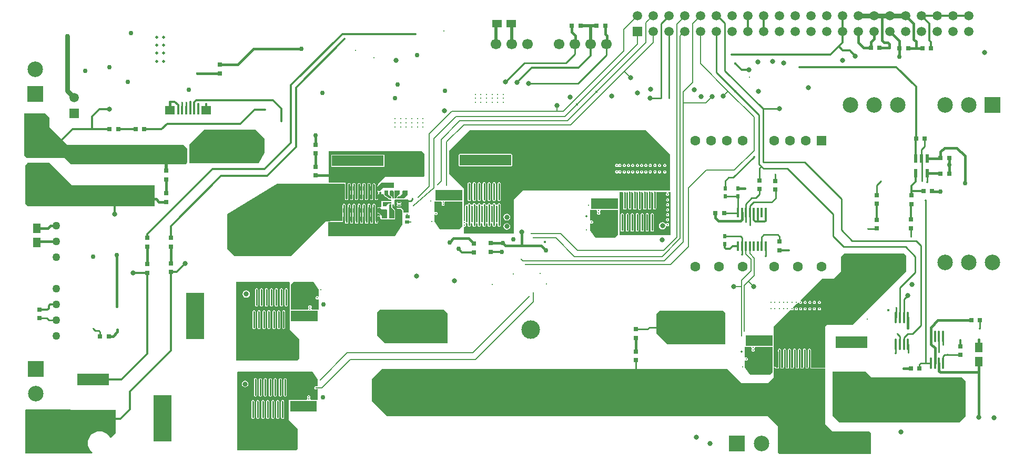
<source format=gbl>
G04 Layer_Physical_Order=4*
G04 Layer_Color=16711680*
%FSLAX25Y25*%
%MOIN*%
G70*
G01*
G75*
%ADD10R,0.03000X0.03000*%
%ADD11R,0.03000X0.03000*%
%ADD15R,0.02500X0.02000*%
%ADD16R,0.05000X0.06000*%
G04:AMPARAMS|DCode=17|XSize=10.63mil|YSize=31.26mil|CornerRadius=2.66mil|HoleSize=0mil|Usage=FLASHONLY|Rotation=0.000|XOffset=0mil|YOffset=0mil|HoleType=Round|Shape=RoundedRectangle|*
%AMROUNDEDRECTD17*
21,1,0.01063,0.02594,0,0,0.0*
21,1,0.00532,0.03126,0,0,0.0*
1,1,0.00532,0.00266,-0.01297*
1,1,0.00532,-0.00266,-0.01297*
1,1,0.00532,-0.00266,0.01297*
1,1,0.00532,0.00266,0.01297*
%
%ADD17ROUNDEDRECTD17*%
G04:AMPARAMS|DCode=18|XSize=10.63mil|YSize=31.32mil|CornerRadius=2.66mil|HoleSize=0mil|Usage=FLASHONLY|Rotation=0.000|XOffset=0mil|YOffset=0mil|HoleType=Round|Shape=RoundedRectangle|*
%AMROUNDEDRECTD18*
21,1,0.01063,0.02600,0,0,0.0*
21,1,0.00532,0.03132,0,0,0.0*
1,1,0.00532,0.00266,-0.01300*
1,1,0.00532,-0.00266,-0.01300*
1,1,0.00532,-0.00266,0.01300*
1,1,0.00532,0.00266,0.01300*
%
%ADD18ROUNDEDRECTD18*%
%ADD19R,0.02000X0.02500*%
%ADD20C,0.00906*%
%ADD23O,0.01614X0.06299*%
%ADD24R,0.01614X0.06299*%
%ADD33R,0.20000X0.07500*%
%ADD38C,0.00600*%
%ADD39C,0.00800*%
%ADD40C,0.01050*%
%ADD41C,0.01000*%
%ADD42C,0.01200*%
%ADD43C,0.01500*%
%ADD44C,0.03000*%
%ADD46C,0.02000*%
%ADD51C,0.03150*%
%ADD52C,0.14961*%
%ADD53R,0.06299X0.06299*%
%ADD54C,0.06299*%
%ADD55C,0.05905*%
%ADD56R,0.05905X0.05905*%
%ADD57R,0.09842X0.09842*%
%ADD58C,0.09842*%
%ADD59C,0.01968*%
%ADD60R,0.09842X0.09842*%
%ADD61C,0.11811*%
%ADD62C,0.06693*%
%ADD63R,0.05905X0.05905*%
%ADD64C,0.05000*%
%ADD65R,0.11811X0.29528*%
%ADD66C,0.01000*%
%ADD67C,0.01500*%
%ADD68C,0.03000*%
%ADD69C,0.01400*%
%ADD70C,0.01200*%
%ADD71R,0.06496X0.05591*%
%ADD72R,0.01378X0.05591*%
%ADD73R,0.14173X0.05591*%
G04:AMPARAMS|DCode=74|XSize=72mil|YSize=15mil|CornerRadius=3.75mil|HoleSize=0mil|Usage=FLASHONLY|Rotation=270.000|XOffset=0mil|YOffset=0mil|HoleType=Round|Shape=RoundedRectangle|*
%AMROUNDEDRECTD74*
21,1,0.07200,0.00750,0,0,270.0*
21,1,0.06450,0.01500,0,0,270.0*
1,1,0.00750,-0.00375,-0.03225*
1,1,0.00750,-0.00375,0.03225*
1,1,0.00750,0.00375,0.03225*
1,1,0.00750,0.00375,-0.03225*
%
%ADD74ROUNDEDRECTD74*%
%ADD75R,0.02200X0.05800*%
%ADD76R,0.06000X0.05000*%
%ADD77R,0.32800X0.06819*%
%ADD78R,0.03800X0.23900*%
%ADD79R,0.32900X0.06800*%
G36*
X234700Y167683D02*
X234700Y163200D01*
X233800D01*
Y164200D01*
X233300Y164700D01*
X233240D01*
X232200Y165624D01*
Y167900D01*
X232400Y168100D01*
X234283D01*
X234700Y167683D01*
D02*
G37*
G36*
X243400Y168300D02*
X243400Y165300D01*
X241300Y163200D01*
X237246D01*
X237226Y163222D01*
X236950Y163700D01*
X236975Y163823D01*
X237066Y163959D01*
X237281Y164103D01*
X237323Y164165D01*
X237390Y164199D01*
X237651Y164500D01*
X238400D01*
X240000Y166100D01*
X240000Y167900D01*
X240400Y168300D01*
X243400Y168300D01*
D02*
G37*
G36*
X238509Y168140D02*
Y166240D01*
X238010Y165740D01*
X236981Y164553D01*
X236675Y164349D01*
X236465Y164034D01*
X236391Y163662D01*
X236396Y163638D01*
X236063Y163140D01*
X235310D01*
X235310Y168210D01*
X235440Y168340D01*
X238310D01*
X238509Y168140D01*
D02*
G37*
G36*
X278200Y162050D02*
X261200Y162050D01*
X261200Y168750D01*
X278200D01*
Y162050D01*
D02*
G37*
G36*
X231300Y165700D02*
X233100Y164100D01*
Y163200D01*
X233000Y163100D01*
X232200Y163100D01*
X230428Y164345D01*
X229700Y164800D01*
X228900Y165300D01*
Y168100D01*
X231300D01*
X231300Y165700D01*
D02*
G37*
G36*
X410000Y139800D02*
X377700Y139800D01*
X377700Y167207D01*
X379791D01*
X380206Y166707D01*
Y157100D01*
X380282Y156720D01*
X380497Y156397D01*
X380820Y156182D01*
X381200Y156106D01*
X381580Y156182D01*
X381903Y156397D01*
X382118Y156720D01*
X382194Y157100D01*
Y167000D01*
X382345Y167184D01*
X382843Y167194D01*
X383306Y166707D01*
Y157100D01*
X383382Y156720D01*
X383597Y156397D01*
X383920Y156182D01*
X384300Y156106D01*
X384680Y156182D01*
X385003Y156397D01*
X385218Y156720D01*
X385294Y157100D01*
Y167149D01*
X385342Y167207D01*
X385978Y167207D01*
X386455Y166707D01*
Y157100D01*
X386530Y156720D01*
X386746Y156397D01*
X387068Y156182D01*
X387449Y156106D01*
X387829Y156182D01*
X388152Y156397D01*
X388367Y156720D01*
X388443Y157100D01*
Y167151D01*
X388488Y167207D01*
X389128D01*
X389604Y166707D01*
Y157000D01*
X389680Y156620D01*
X389896Y156297D01*
X390218Y156082D01*
X390598Y156006D01*
X390979Y156082D01*
X391301Y156297D01*
X391517Y156620D01*
X391593Y157000D01*
Y167150D01*
X391639Y167207D01*
X392278D01*
X392754Y166707D01*
Y157100D01*
X392830Y156720D01*
X393045Y156397D01*
X393368Y156182D01*
X393748Y156106D01*
X394128Y156182D01*
X394451Y156397D01*
X394667Y156720D01*
X394742Y157100D01*
Y167150D01*
X394789Y167207D01*
X395427D01*
X395903Y166707D01*
Y157100D01*
X395979Y156720D01*
X396195Y156397D01*
X396517Y156182D01*
X396898Y156106D01*
X397278Y156182D01*
X397601Y156397D01*
X397816Y156720D01*
X397892Y157100D01*
Y167150D01*
X397938Y167207D01*
X398577D01*
X399053Y166707D01*
Y157100D01*
X399129Y156720D01*
X399344Y156397D01*
X399667Y156182D01*
X400047Y156106D01*
X400428Y156182D01*
X400750Y156397D01*
X400966Y156720D01*
X401041Y157100D01*
Y167150D01*
X401088Y167207D01*
X407510Y167207D01*
X407661Y166707D01*
X407501Y166599D01*
X407286Y166279D01*
X407211Y165900D01*
X407286Y165522D01*
X407501Y165201D01*
X407822Y164986D01*
X408200Y164911D01*
X408578Y164986D01*
X408899Y165201D01*
X409114Y165522D01*
X409189Y165900D01*
X409114Y166279D01*
X408899Y166599D01*
X408739Y166707D01*
X408890Y167207D01*
X410000D01*
X410000Y139800D01*
D02*
G37*
G36*
X474800Y52900D02*
X473000Y51100D01*
X460548Y51100D01*
X457100Y56048D01*
X457100Y60217D01*
X457116Y60232D01*
X457600Y60438D01*
X457790Y60311D01*
X458200Y60229D01*
X458610Y60311D01*
X458957Y60543D01*
X459189Y60890D01*
X459271Y61300D01*
X459189Y61710D01*
X458957Y62057D01*
X458610Y62289D01*
X458200Y62371D01*
X457790Y62289D01*
X457600Y62162D01*
X457116Y62369D01*
X457100Y62383D01*
X457100Y68900D01*
X461096D01*
X461384Y68550D01*
X461465Y68140D01*
X461697Y67793D01*
X461511Y67410D01*
X461429Y67000D01*
X461511Y66590D01*
X461743Y66243D01*
X462090Y66011D01*
X462500Y65929D01*
X462910Y66011D01*
X463257Y66243D01*
X463489Y66590D01*
X463571Y67000D01*
X463489Y67410D01*
X463257Y67757D01*
X463443Y68140D01*
X463525Y68550D01*
X463812Y68900D01*
X474800Y68900D01*
X474800Y52900D01*
D02*
G37*
G36*
X168892Y109825D02*
Y79725D01*
X174692Y73925D01*
Y61325D01*
X173592Y60225D01*
X134800Y60225D01*
X134800Y110425D01*
X168292Y110425D01*
X168892Y109825D01*
D02*
G37*
G36*
X474900Y69600D02*
X457900Y69600D01*
X457900Y76300D01*
X474900D01*
Y69600D01*
D02*
G37*
G36*
X234900Y169900D02*
X228000D01*
X225900Y167800D01*
X224800Y167800D01*
X224800Y171300D01*
X226800Y173300D01*
X234900Y173300D01*
Y169900D01*
D02*
G37*
G36*
X443500Y91800D02*
X444900Y90400D01*
X444900Y70600D01*
X408200D01*
X401200Y77600D01*
X401200Y90000D01*
X403000Y91800D01*
X443500Y91800D01*
D02*
G37*
G36*
X266500Y92630D02*
X268800Y90330D01*
X268800Y71430D01*
X229070Y71430D01*
X224200Y76300D01*
X224200Y90830D01*
X226000Y92630D01*
X266500Y92630D01*
D02*
G37*
G36*
X278100Y145350D02*
X276300Y143550D01*
X263848Y143550D01*
X260400Y148498D01*
X260400Y152763D01*
X260545Y152867D01*
X260900Y152984D01*
X261122Y152836D01*
X261500Y152761D01*
X261878Y152836D01*
X262199Y153051D01*
X262414Y153372D01*
X262489Y153750D01*
X262414Y154129D01*
X262199Y154449D01*
X261878Y154664D01*
X261500Y154739D01*
X261122Y154664D01*
X260900Y154516D01*
X260545Y154633D01*
X260400Y154737D01*
X260400Y161350D01*
X264581D01*
X265011Y160950D01*
X265086Y160572D01*
X265275Y160200D01*
X265086Y159828D01*
X265011Y159450D01*
X265086Y159072D01*
X265301Y158751D01*
X265621Y158536D01*
X266000Y158461D01*
X266378Y158536D01*
X266699Y158751D01*
X266914Y159072D01*
X266989Y159450D01*
X266914Y159828D01*
X266725Y160200D01*
X266914Y160572D01*
X266989Y160950D01*
X267419Y161350D01*
X278100Y161350D01*
X278100Y145350D01*
D02*
G37*
G36*
X233200Y160900D02*
Y160200D01*
X233041Y160041D01*
X232200D01*
X232200Y160041D01*
X232101Y160000D01*
X231300D01*
X230300Y159000D01*
Y158700D01*
X229900Y158300D01*
X227900D01*
X227800Y158400D01*
Y160900D01*
X227900Y161000D01*
X233100D01*
X233200Y160900D01*
D02*
G37*
G36*
X16500Y185800D02*
X30700Y171600D01*
X83200Y171600D01*
X83200Y158300D01*
X2600Y158300D01*
X1000Y159900D01*
Y184200D01*
X2500Y185700D01*
Y185800D01*
X16500Y185800D01*
D02*
G37*
G36*
X376800Y156600D02*
X359800Y156600D01*
X359800Y163300D01*
X376800D01*
Y156600D01*
D02*
G37*
G36*
X203722Y172265D02*
X203764Y172055D01*
X203747Y171966D01*
X203760Y171899D01*
Y170741D01*
X203762Y170735D01*
X203761Y170733D01*
Y168139D01*
X203762Y168137D01*
X203760Y168132D01*
Y165504D01*
X203762Y165499D01*
X203761Y165497D01*
Y162903D01*
X203815Y162774D01*
X203840Y162636D01*
X203884Y162607D01*
X203904Y162558D01*
X203942Y162543D01*
X204046Y162387D01*
X204282Y162229D01*
X204562Y162173D01*
X205093D01*
X205373Y162229D01*
X205609Y162387D01*
X205714Y162543D01*
X205751Y162558D01*
X205771Y162607D01*
X205815Y162636D01*
X205840Y162774D01*
X205894Y162903D01*
Y165497D01*
X205893Y165499D01*
X205895Y165504D01*
Y168132D01*
X205893Y168137D01*
X205894Y168139D01*
Y170733D01*
X205893Y170735D01*
X205895Y170741D01*
Y172102D01*
X205943Y172340D01*
X206051Y172501D01*
X206212Y172609D01*
X206402Y172647D01*
X206593Y172609D01*
X206754Y172501D01*
X206862Y172340D01*
X206909Y172102D01*
Y170741D01*
X206912Y170735D01*
X206911Y170733D01*
Y168139D01*
X206912Y168137D01*
X206909Y168132D01*
Y165504D01*
X206912Y165499D01*
X206911Y165497D01*
Y162903D01*
X206964Y162774D01*
X206990Y162636D01*
X207033Y162607D01*
X207053Y162558D01*
X207091Y162543D01*
X207195Y162387D01*
X207432Y162229D01*
X207711Y162173D01*
X208243D01*
X208522Y162229D01*
X208759Y162387D01*
X208863Y162543D01*
X208901Y162558D01*
X208921Y162607D01*
X208964Y162636D01*
X208990Y162774D01*
X209044Y162903D01*
Y165497D01*
X209043Y165499D01*
X209045Y165504D01*
Y168132D01*
X209043Y168137D01*
X209044Y168139D01*
Y170733D01*
X209043Y170735D01*
X209045Y170741D01*
Y171804D01*
X209068Y171919D01*
X209049Y172014D01*
X209068Y172109D01*
X209060Y172150D01*
X209097Y172338D01*
X209204Y172498D01*
X209364Y172605D01*
X209552Y172642D01*
X209740Y172605D01*
X209900Y172498D01*
X210007Y172338D01*
X210044Y172150D01*
X210036Y172109D01*
X210055Y172014D01*
X210036Y171919D01*
X210059Y171804D01*
Y170741D01*
X210061Y170735D01*
X210060Y170733D01*
Y168139D01*
X210061Y168137D01*
X210059Y168132D01*
Y165504D01*
X210061Y165499D01*
X210060Y165497D01*
Y162903D01*
X210114Y162774D01*
X210140Y162636D01*
X210183Y162607D01*
X210203Y162558D01*
X210241Y162543D01*
X210345Y162387D01*
X210582Y162229D01*
X210861Y162173D01*
X211392D01*
X211672Y162229D01*
X211909Y162387D01*
X211950Y162449D01*
X211966Y162456D01*
X211976Y162479D01*
X211998Y162491D01*
X212083Y162594D01*
X212130Y162751D01*
X212193Y162903D01*
Y165497D01*
X212192Y165499D01*
X212194Y165504D01*
Y168132D01*
X212192Y168137D01*
X212193Y168139D01*
Y170733D01*
X212193Y170735D01*
X212194Y170738D01*
X212194Y172101D01*
X212241Y172340D01*
X212349Y172501D01*
X212510Y172609D01*
X212701Y172647D01*
X212891Y172609D01*
X213052Y172502D01*
X213160Y172340D01*
X213208Y172102D01*
X213208Y170743D01*
X213211Y170736D01*
X213210Y170733D01*
Y168139D01*
X213211Y168137D01*
X213209Y168132D01*
Y165504D01*
X213211Y165499D01*
X213210Y165497D01*
Y162903D01*
X213273Y162751D01*
X213321Y162594D01*
X213405Y162491D01*
X213427Y162479D01*
X213437Y162456D01*
X213453Y162449D01*
X213495Y162387D01*
X213731Y162229D01*
X214011Y162173D01*
X214542D01*
X214821Y162229D01*
X215058Y162387D01*
X215162Y162543D01*
X215200Y162558D01*
X215220Y162607D01*
X215264Y162636D01*
X215289Y162774D01*
X215343Y162903D01*
Y165497D01*
X215342Y165499D01*
X215344Y165504D01*
Y168132D01*
X215342Y168137D01*
X215343Y168139D01*
Y170733D01*
X215342Y170735D01*
X215344Y170741D01*
Y172103D01*
X215392Y172342D01*
X215499Y172503D01*
X215661Y172611D01*
X215851Y172649D01*
X216042Y172611D01*
X216203Y172503D01*
X216311Y172342D01*
X216358Y172103D01*
Y170741D01*
X216360Y170735D01*
X216360Y170733D01*
Y168139D01*
X216360Y168137D01*
X216358Y168132D01*
Y165504D01*
X216360Y165499D01*
X216360Y165497D01*
Y162903D01*
X216413Y162774D01*
X216439Y162636D01*
X216482Y162607D01*
X216502Y162558D01*
X216540Y162543D01*
X216644Y162387D01*
X216881Y162229D01*
X217160Y162173D01*
X217692D01*
X217971Y162229D01*
X218208Y162387D01*
X218312Y162543D01*
X218350Y162558D01*
X218370Y162607D01*
X218413Y162637D01*
X218439Y162774D01*
X218492Y162903D01*
Y165497D01*
X218492Y165499D01*
X218494Y165504D01*
Y168129D01*
X218492Y168134D01*
X218492Y168136D01*
Y170736D01*
X218492Y170738D01*
X218494Y170742D01*
X218493Y172101D01*
X218541Y172340D01*
X218649Y172501D01*
X218810Y172609D01*
X219000Y172647D01*
X219191Y172609D01*
X219352Y172501D01*
X219460Y172340D01*
X219507Y172102D01*
X219508Y170744D01*
X219510Y170738D01*
X219509Y170736D01*
Y168136D01*
X219510Y168134D01*
X219508Y168129D01*
Y165504D01*
X219510Y165499D01*
X219509Y165497D01*
Y162903D01*
X219563Y162774D01*
X219588Y162636D01*
X219632Y162607D01*
X219652Y162558D01*
X219690Y162543D01*
X219794Y162387D01*
X220031Y162229D01*
X220310Y162173D01*
X220841D01*
X221121Y162229D01*
X221357Y162387D01*
X221385Y162429D01*
X221450Y162456D01*
X221593Y162800D01*
Y164002D01*
X221633Y164202D01*
X221623Y164251D01*
X221642Y164297D01*
Y165497D01*
X221641Y165499D01*
X221643Y165504D01*
Y168132D01*
X221641Y168137D01*
X221642Y168139D01*
Y169240D01*
X221623Y169286D01*
X221633Y169335D01*
X221593Y169535D01*
Y171952D01*
X221640Y172190D01*
X221748Y172352D01*
X221910Y172460D01*
X222100Y172497D01*
X222290Y172460D01*
X222452Y172352D01*
X222560Y172190D01*
X222607Y171952D01*
Y170994D01*
X222626Y170948D01*
X222616Y170899D01*
X222659Y170686D01*
Y168139D01*
X222660Y168137D01*
X222657Y168132D01*
Y165504D01*
X222660Y165499D01*
X222659Y165497D01*
Y162903D01*
X222722Y162751D01*
X222769Y162594D01*
X222854Y162491D01*
X222876Y162479D01*
X222886Y162456D01*
X222902Y162449D01*
X222943Y162387D01*
X223180Y162229D01*
X223460Y162173D01*
X223991D01*
X224270Y162229D01*
X224507Y162387D01*
X224549Y162449D01*
X224565Y162456D01*
X224574Y162479D01*
X224597Y162491D01*
X224681Y162594D01*
X224729Y162751D01*
X224792Y162903D01*
Y165449D01*
X224819Y165586D01*
X224869Y165662D01*
X224945Y165713D01*
X224995Y165723D01*
X225113Y165802D01*
X225244Y165856D01*
X225264Y165902D01*
X225305Y165930D01*
X225333Y166069D01*
X225387Y166200D01*
Y167213D01*
X225454Y167313D01*
X225900D01*
X226244Y167456D01*
X226338Y167549D01*
X226800Y167358D01*
Y166000D01*
X227712Y166000D01*
X228413Y165523D01*
Y165300D01*
X228435Y165247D01*
X228425Y165190D01*
X228504Y165080D01*
X228556Y164956D01*
X228609Y164934D01*
X228642Y164887D01*
X230159Y163939D01*
X231920Y162701D01*
X232064Y162669D01*
X232200Y162613D01*
X232800Y162613D01*
X233300Y162237D01*
Y161600D01*
X226800D01*
Y157942D01*
X226300Y157646D01*
X226200Y157687D01*
X224900D01*
X224556Y157544D01*
X224456Y157444D01*
X224313Y157100D01*
Y156940D01*
X224305Y156897D01*
Y154303D01*
X224313Y154260D01*
Y154100D01*
X224456Y153756D01*
X224556Y153656D01*
X224900Y153513D01*
X225398D01*
X226235Y152676D01*
X225917Y152287D01*
X225845Y152335D01*
X225566Y152391D01*
X225034D01*
X224755Y152335D01*
X224518Y152177D01*
X224360Y151940D01*
X224305Y151661D01*
Y149066D01*
X223924Y148800D01*
X223527D01*
X223146Y149066D01*
Y151661D01*
X223145Y151668D01*
Y154296D01*
X223146Y154303D01*
Y156897D01*
X223145Y156904D01*
Y158900D01*
X223069Y159280D01*
X222853Y159603D01*
X222531Y159818D01*
X222150Y159894D01*
X221770Y159818D01*
X221447Y159603D01*
X221232Y159280D01*
X221156Y158900D01*
Y156904D01*
X221155Y156897D01*
Y155703D01*
X221138Y155618D01*
X221155Y155533D01*
Y154303D01*
X221156Y154296D01*
Y151668D01*
X221155Y151661D01*
Y149066D01*
X220774Y148800D01*
X220377D01*
X219996Y149066D01*
Y151661D01*
X219995Y151668D01*
Y154293D01*
X219996Y154300D01*
Y156900D01*
X219995Y156907D01*
Y158900D01*
X219919Y159280D01*
X219704Y159603D01*
X219381Y159818D01*
X219001Y159894D01*
X218620Y159818D01*
X218298Y159603D01*
X218082Y159280D01*
X218007Y158900D01*
Y156907D01*
X218005Y156900D01*
Y154300D01*
X218007Y154293D01*
Y151668D01*
X218005Y151661D01*
Y149066D01*
X217624Y148800D01*
X217228D01*
X216847Y149066D01*
Y151661D01*
X216845Y151668D01*
Y154296D01*
X216847Y154303D01*
Y156897D01*
X216845Y156904D01*
Y158900D01*
X216770Y159280D01*
X216554Y159603D01*
X216232Y159818D01*
X215851Y159894D01*
X215471Y159818D01*
X215148Y159603D01*
X214933Y159280D01*
X214857Y158900D01*
Y156904D01*
X214856Y156897D01*
Y154303D01*
X214857Y154296D01*
Y151668D01*
X214856Y151661D01*
Y149066D01*
X214475Y148800D01*
X214078D01*
X213697Y149066D01*
Y151661D01*
X213696Y151668D01*
Y154296D01*
X213697Y154303D01*
Y156897D01*
X213696Y156904D01*
Y158900D01*
X213620Y159280D01*
X213404Y159603D01*
X213082Y159818D01*
X212702Y159894D01*
X212321Y159818D01*
X211999Y159603D01*
X211783Y159280D01*
X211707Y158900D01*
Y156904D01*
X211706Y156897D01*
Y154303D01*
X211707Y154296D01*
Y151668D01*
X211706Y151661D01*
Y149066D01*
X211325Y148800D01*
X210928D01*
X210547Y149066D01*
Y151661D01*
X210546Y151668D01*
Y154296D01*
X210547Y154303D01*
Y156897D01*
X210546Y156904D01*
Y158900D01*
X210470Y159280D01*
X210255Y159603D01*
X209932Y159818D01*
X209552Y159894D01*
X209172Y159818D01*
X208849Y159603D01*
X208633Y159280D01*
X208558Y158900D01*
Y156904D01*
X208557Y156897D01*
Y154303D01*
X208558Y154296D01*
Y151668D01*
X208557Y151661D01*
Y149066D01*
X208176Y148800D01*
X207779D01*
X207398Y149066D01*
Y151661D01*
X207397Y151668D01*
Y154296D01*
X207398Y154303D01*
Y156897D01*
X207397Y156904D01*
Y158900D01*
X207321Y159280D01*
X207105Y159603D01*
X206783Y159818D01*
X206402Y159894D01*
X206022Y159818D01*
X205699Y159603D01*
X205484Y159280D01*
X205408Y158900D01*
Y156904D01*
X205407Y156897D01*
Y154303D01*
X205408Y154296D01*
Y151668D01*
X205407Y151661D01*
Y149066D01*
X205026Y148800D01*
X204629D01*
X204248Y149066D01*
Y151661D01*
X204247Y151668D01*
Y154296D01*
X204248Y154303D01*
Y156897D01*
X204247Y156904D01*
Y158900D01*
X204171Y159280D01*
X203956Y159603D01*
X203633Y159818D01*
X203253Y159894D01*
X202872Y159818D01*
X202550Y159603D01*
X202334Y159280D01*
X202259Y158900D01*
Y156904D01*
X202257Y156897D01*
Y154303D01*
X202259Y154296D01*
Y151668D01*
X202257Y151661D01*
Y149066D01*
X201876Y148800D01*
X193300D01*
Y172700D01*
X203435D01*
X203722Y172265D01*
D02*
G37*
G36*
X186392Y85125D02*
X169392D01*
Y91825D01*
X186392Y91825D01*
X186392Y85125D01*
D02*
G37*
G36*
X233200Y159400D02*
X233200Y157300D01*
X235000Y155500D01*
X235000Y150500D01*
X231800Y150500D01*
Y159100D01*
X232200Y159500D01*
X233100D01*
X233200Y159400D01*
D02*
G37*
G36*
X234282Y159525D02*
X234700Y159107D01*
X234700Y158800D01*
X234982Y158517D01*
X235137Y158287D01*
X235367Y158133D01*
X236900Y156600D01*
X239000Y156600D01*
X240200Y155400D01*
X240200Y146683D01*
X235357Y139100D01*
X193300D01*
Y148313D01*
X201876D01*
X202012Y148369D01*
X202156Y148401D01*
X202537Y148668D01*
X202560Y148705D01*
X202602Y148722D01*
X202658Y148858D01*
X202737Y148982D01*
X202727Y149025D01*
X202744Y149066D01*
Y151661D01*
X202744Y151663D01*
X202746Y151668D01*
Y154296D01*
X202744Y154301D01*
X202744Y154303D01*
Y156897D01*
X202744Y156899D01*
X202746Y156904D01*
Y157500D01*
X203760D01*
Y156904D01*
X203762Y156899D01*
X203761Y156897D01*
Y154303D01*
X203762Y154301D01*
X203760Y154296D01*
Y151668D01*
X203762Y151663D01*
X203761Y151661D01*
Y149066D01*
X203778Y149025D01*
X203769Y148982D01*
X203834Y148880D01*
Y148128D01*
X203909Y147747D01*
X204125Y147425D01*
X204447Y147209D01*
X204828Y147134D01*
X205208Y147209D01*
X205531Y147425D01*
X205746Y147747D01*
X205822Y148128D01*
Y148880D01*
X205887Y148982D01*
X205877Y149025D01*
X205894Y149066D01*
Y151661D01*
X205893Y151663D01*
X205895Y151668D01*
Y154296D01*
X205893Y154301D01*
X205894Y154303D01*
Y156897D01*
X205893Y156899D01*
X205895Y156904D01*
Y157500D01*
X206909D01*
Y156904D01*
X206912Y156899D01*
X206911Y156897D01*
Y154303D01*
X206912Y154301D01*
X206909Y154296D01*
Y151668D01*
X206912Y151663D01*
X206911Y151661D01*
Y149066D01*
X206928Y149025D01*
X206918Y148982D01*
X206983Y148880D01*
Y148123D01*
X207059Y147742D01*
X207274Y147420D01*
X207597Y147204D01*
X207977Y147129D01*
X208358Y147204D01*
X208680Y147420D01*
X208896Y147742D01*
X208971Y148123D01*
Y148880D01*
X209036Y148982D01*
X209027Y149025D01*
X209044Y149066D01*
Y151661D01*
X209043Y151663D01*
X209045Y151668D01*
Y154296D01*
X209043Y154301D01*
X209044Y154303D01*
Y156897D01*
X209043Y156899D01*
X209045Y156904D01*
Y157500D01*
X210059D01*
Y156904D01*
X210061Y156899D01*
X210060Y156897D01*
Y154303D01*
X210061Y154301D01*
X210059Y154296D01*
Y151668D01*
X210061Y151663D01*
X210060Y151661D01*
Y149066D01*
X210077Y149025D01*
X210068Y148982D01*
X210133Y148880D01*
Y148127D01*
X210208Y147746D01*
X210424Y147424D01*
X210746Y147208D01*
X211127Y147133D01*
X211507Y147208D01*
X211830Y147424D01*
X212045Y147746D01*
X212121Y148127D01*
Y148880D01*
X212186Y148982D01*
X212176Y149025D01*
X212193Y149066D01*
Y151661D01*
X212192Y151663D01*
X212194Y151668D01*
Y154296D01*
X212192Y154301D01*
X212193Y154303D01*
Y156897D01*
X212192Y156899D01*
X212194Y156904D01*
Y157500D01*
X213209D01*
Y156904D01*
X213211Y156899D01*
X213210Y156897D01*
Y154303D01*
X213211Y154301D01*
X213209Y154296D01*
Y151668D01*
X213211Y151663D01*
X213210Y151661D01*
Y149066D01*
X213227Y149025D01*
X213217Y148982D01*
X213282Y148880D01*
Y148124D01*
X213358Y147743D01*
X213574Y147421D01*
X213896Y147205D01*
X214276Y147129D01*
X214657Y147205D01*
X214979Y147421D01*
X215195Y147743D01*
X215270Y148124D01*
Y148880D01*
X215335Y148982D01*
X215326Y149025D01*
X215343Y149066D01*
Y151661D01*
X215342Y151663D01*
X215344Y151668D01*
Y154296D01*
X215342Y154301D01*
X215343Y154303D01*
Y156897D01*
X215342Y156899D01*
X215344Y156904D01*
Y157500D01*
X216358D01*
Y156904D01*
X216360Y156899D01*
X216360Y156897D01*
Y154303D01*
X216360Y154301D01*
X216358Y154296D01*
Y151668D01*
X216360Y151663D01*
X216360Y151661D01*
Y149066D01*
X216377Y149025D01*
X216367Y148982D01*
X216432Y148880D01*
Y148126D01*
X216508Y147746D01*
X216723Y147423D01*
X217046Y147208D01*
X217426Y147132D01*
X217806Y147208D01*
X218129Y147423D01*
X218344Y147746D01*
X218420Y148126D01*
Y148880D01*
X218485Y148982D01*
X218475Y149025D01*
X218492Y149066D01*
Y151661D01*
X218492Y151663D01*
X218494Y151668D01*
Y154293D01*
X218492Y154298D01*
X218492Y154300D01*
Y156900D01*
X218492Y156902D01*
X218494Y156907D01*
Y157500D01*
X219508D01*
Y156907D01*
X219510Y156902D01*
X219509Y156900D01*
Y154300D01*
X219510Y154298D01*
X219508Y154293D01*
Y151668D01*
X219510Y151663D01*
X219509Y151661D01*
Y149066D01*
X219526Y149025D01*
X219517Y148982D01*
X219582Y148880D01*
Y148200D01*
X219592Y148149D01*
X219587Y148123D01*
X219662Y147744D01*
X219876Y147424D01*
X220197Y147209D01*
X220576Y147134D01*
X220954Y147209D01*
X221275Y147424D01*
X221489Y147744D01*
X221565Y148123D01*
X221560Y148149D01*
X221570Y148200D01*
Y148880D01*
X221635Y148982D01*
X221625Y149025D01*
X221642Y149066D01*
Y151661D01*
X221641Y151663D01*
X221643Y151668D01*
Y154296D01*
X221641Y154301D01*
X221642Y154303D01*
Y155533D01*
X221626Y155573D01*
X221633Y155608D01*
X221631Y155618D01*
X221633Y155628D01*
X221626Y155664D01*
X221642Y155703D01*
Y156897D01*
X221641Y156899D01*
X221643Y156904D01*
Y157500D01*
X222657D01*
Y156904D01*
X222660Y156899D01*
X222659Y156897D01*
Y154303D01*
X222660Y154301D01*
X222657Y154296D01*
Y151668D01*
X222660Y151663D01*
X222659Y151661D01*
Y149066D01*
X222676Y149025D01*
X222666Y148982D01*
X222731Y148880D01*
Y148200D01*
X222741Y148149D01*
X222736Y148123D01*
X222812Y147744D01*
X223026Y147424D01*
X223347Y147209D01*
X223725Y147134D01*
X224104Y147209D01*
X224425Y147424D01*
X224639Y147744D01*
X224714Y148123D01*
X224709Y148149D01*
X224719Y148200D01*
Y148880D01*
X224784Y148982D01*
X224775Y149025D01*
X224792Y149066D01*
Y151613D01*
X224819Y151750D01*
X224869Y151826D01*
X224945Y151876D01*
X225082Y151904D01*
X225518D01*
X225750Y151857D01*
X225989Y151481D01*
X226000Y151342D01*
Y150700D01*
X226700Y150000D01*
X235600D01*
X235600Y155700D01*
X233700Y157600D01*
X233700Y159107D01*
X234118Y159525D01*
X234282D01*
D02*
G37*
G36*
X227200Y156200D02*
X230100D01*
X230500Y155800D01*
X230500Y150600D01*
X227200Y150600D01*
X227200Y152400D01*
X225600Y154000D01*
X224900D01*
X224800Y154100D01*
Y157100D01*
X224900Y157200D01*
X226200D01*
X227200Y156200D01*
D02*
G37*
G36*
X244200Y162100D02*
Y154500D01*
X243900Y154200D01*
X241253Y154200D01*
X240900Y154553D01*
X240900Y155900D01*
X239500Y157300D01*
X236600Y157300D01*
X235200Y158700D01*
X235200Y162183D01*
X235617Y162600D01*
X243700D01*
X244200Y162100D01*
D02*
G37*
G36*
X376700Y139900D02*
X374900Y138100D01*
X362449Y138100D01*
X359000Y143048D01*
X359000Y147217D01*
X359016Y147231D01*
X359500Y147438D01*
X359690Y147311D01*
X360100Y147229D01*
X360510Y147311D01*
X360857Y147543D01*
X361089Y147890D01*
X361171Y148300D01*
X361089Y148710D01*
X360857Y149057D01*
X360510Y149289D01*
X360100Y149371D01*
X359690Y149289D01*
X359500Y149162D01*
X359016Y149369D01*
X359000Y149383D01*
X359000Y155900D01*
X363215D01*
X363532Y155514D01*
X363529Y155500D01*
X363611Y155090D01*
X363838Y154750D01*
X363611Y154410D01*
X363529Y154000D01*
X363611Y153590D01*
X363843Y153243D01*
X364190Y153011D01*
X364600Y152929D01*
X365010Y153011D01*
X365357Y153243D01*
X365589Y153590D01*
X365671Y154000D01*
X365589Y154410D01*
X365362Y154750D01*
X365589Y155090D01*
X365671Y155500D01*
X365668Y155514D01*
X365985Y155900D01*
X376700Y155900D01*
X376700Y139900D01*
D02*
G37*
G36*
X185692Y28000D02*
X169300D01*
Y34700D01*
X185692Y34700D01*
X185692Y28000D01*
D02*
G37*
G36*
X537193Y49607D02*
X594893D01*
X597100Y47400D01*
X597100Y24900D01*
X593000Y20800D01*
X517100Y20800D01*
X512900Y25000D01*
X512900Y53100D01*
X533700Y53100D01*
X537193Y49607D01*
D02*
G37*
G36*
X16600Y214500D02*
X16600Y208400D01*
X27700Y197300D01*
X101500D01*
X103900Y194900D01*
Y186300D01*
X103300Y184800D01*
X30300Y184800D01*
X26200Y188900D01*
X2300D01*
X620Y190580D01*
Y217300D01*
X13800D01*
X16600Y214500D01*
D02*
G37*
G36*
X191700Y148800D02*
X169500Y126600D01*
X133900Y126600D01*
X129200Y131300D01*
X129200Y153200D01*
X160900Y172700D01*
X191700D01*
Y148800D01*
D02*
G37*
G36*
X559500Y126800D02*
X559500Y116800D01*
X525500Y82800D01*
X509300D01*
X508200Y81700D01*
Y55600D01*
X499141D01*
Y66900D01*
X499066Y67280D01*
X498850Y67603D01*
X498528Y67818D01*
X498147Y67894D01*
X497767Y67818D01*
X497444Y67603D01*
X497229Y67280D01*
X497153Y66900D01*
Y55600D01*
X495994D01*
Y66900D01*
X495918Y67280D01*
X495703Y67603D01*
X495380Y67818D01*
X495000Y67894D01*
X494620Y67818D01*
X494297Y67603D01*
X494082Y67280D01*
X494006Y66900D01*
Y55600D01*
X492842D01*
Y66900D01*
X492767Y67280D01*
X492551Y67603D01*
X492229Y67818D01*
X491848Y67894D01*
X491468Y67818D01*
X491145Y67603D01*
X490930Y67280D01*
X490854Y66900D01*
Y55600D01*
X489694D01*
Y66900D01*
X489618Y67280D01*
X489403Y67603D01*
X489080Y67818D01*
X488700Y67894D01*
X488320Y67818D01*
X487997Y67603D01*
X487782Y67280D01*
X487706Y66900D01*
Y55600D01*
X486543D01*
Y66900D01*
X486467Y67280D01*
X486252Y67603D01*
X485929Y67818D01*
X485549Y67894D01*
X485168Y67818D01*
X484846Y67603D01*
X484630Y67280D01*
X484555Y66900D01*
Y55600D01*
X483394D01*
Y66900D01*
X483318Y67280D01*
X483103Y67603D01*
X482780Y67818D01*
X482400Y67894D01*
X482020Y67818D01*
X481697Y67603D01*
X481482Y67280D01*
X481406Y66900D01*
Y55600D01*
X480244D01*
Y66900D01*
X480168Y67280D01*
X479952Y67603D01*
X479630Y67818D01*
X479250Y67894D01*
X478869Y67818D01*
X478547Y67603D01*
X478331Y67280D01*
X478256Y66900D01*
Y55600D01*
X477054D01*
X477018Y55780D01*
X476803Y56103D01*
X476480Y56318D01*
X476100Y56394D01*
X475900Y56354D01*
X475400Y56660D01*
Y81700D01*
X481200Y87500D01*
X481679D01*
X481570Y87870D01*
X486136Y92436D01*
X486501Y92401D01*
X486822Y92186D01*
X487200Y92111D01*
X487578Y92186D01*
X487899Y92401D01*
X488114Y92721D01*
X488189Y93100D01*
X488114Y93479D01*
X487899Y93799D01*
X487863Y94164D01*
X489914Y96214D01*
X490278Y96286D01*
X490599Y96501D01*
X490814Y96821D01*
X490864Y97073D01*
X491132Y97240D01*
X491184Y97236D01*
X491647Y97019D01*
X491686Y96821D01*
X491901Y96501D01*
X492221Y96286D01*
X492600Y96211D01*
X492978Y96286D01*
X493299Y96501D01*
X493514Y96821D01*
X493589Y97200D01*
X493514Y97579D01*
X493299Y97899D01*
X492978Y98114D01*
X492600Y98189D01*
X492595Y98188D01*
X492349Y98649D01*
X506100Y112400D01*
X513900D01*
X518300Y116800D01*
Y126100D01*
X520300Y128100D01*
X558000D01*
X558100Y128200D01*
X559500Y126800D01*
D02*
G37*
G36*
X187192Y105377D02*
X187192Y101208D01*
X187177Y101193D01*
X186692Y100987D01*
X186502Y101114D01*
X186092Y101195D01*
X185683Y101114D01*
X185335Y100882D01*
X185103Y100534D01*
X185022Y100125D01*
X185103Y99715D01*
X185335Y99368D01*
X185683Y99136D01*
X186092Y99054D01*
X186502Y99136D01*
X186692Y99263D01*
X187177Y99056D01*
X187192Y99041D01*
X187192Y92525D01*
X182977D01*
X182660Y92911D01*
X182663Y92925D01*
X182581Y93335D01*
X182354Y93675D01*
X182581Y94015D01*
X182663Y94425D01*
X182581Y94835D01*
X182349Y95182D01*
X182002Y95414D01*
X181592Y95495D01*
X181183Y95414D01*
X180835Y95182D01*
X180603Y94835D01*
X180522Y94425D01*
X180603Y94015D01*
X180831Y93675D01*
X180603Y93335D01*
X180522Y92925D01*
X180524Y92911D01*
X180207Y92525D01*
X169492Y92525D01*
X169492Y108525D01*
X171292Y110325D01*
X183744Y110325D01*
X187192Y105377D01*
D02*
G37*
G36*
X58400Y29067D02*
Y22600D01*
X58400Y14200D01*
X55427Y11227D01*
X54933Y11301D01*
X54566Y11987D01*
X53629Y13129D01*
X52487Y14066D01*
X51184Y14763D01*
X49770Y15191D01*
X48300Y15336D01*
X46830Y15191D01*
X45416Y14763D01*
X44113Y14066D01*
X42971Y13129D01*
X42034Y11987D01*
X41337Y10684D01*
X40909Y9270D01*
X40764Y7800D01*
X40909Y6330D01*
X41337Y4916D01*
X42034Y3613D01*
X42971Y2471D01*
X43667Y1900D01*
X43488Y1400D01*
X1000D01*
Y28746D01*
X1354Y29100D01*
X58400Y29067D01*
D02*
G37*
G36*
X148500Y205600D02*
X152900Y201200D01*
Y192140D01*
X149100Y185600D01*
X105000D01*
Y197400D01*
X114400Y206800D01*
X147300Y206800D01*
X148500Y205600D01*
D02*
G37*
G36*
X254300Y191400D02*
Y177600D01*
X253600Y176900D01*
X229300D01*
X224900Y172500D01*
Y172089D01*
X224456Y171644D01*
X224456Y171644D01*
X224313Y171300D01*
Y170935D01*
X224306Y170900D01*
Y170741D01*
X224305Y170733D01*
Y168139D01*
X224313Y168097D01*
Y167800D01*
X224456Y167456D01*
X224800Y167313D01*
X224900Y167213D01*
Y166200D01*
X224755Y166172D01*
X224518Y166013D01*
X224360Y165777D01*
X224305Y165497D01*
Y162903D01*
X224220Y162800D01*
X223230D01*
X223146Y162903D01*
Y165497D01*
X223145Y165504D01*
Y168132D01*
X223146Y168139D01*
Y170733D01*
X223094Y170994D01*
Y172000D01*
X223018Y172380D01*
X222803Y172703D01*
X222480Y172918D01*
X222100Y172994D01*
X221720Y172918D01*
X221397Y172703D01*
X221182Y172380D01*
X221106Y172000D01*
Y169487D01*
X221155Y169240D01*
Y168139D01*
X221156Y168132D01*
Y165504D01*
X221155Y165497D01*
Y164297D01*
X221106Y164050D01*
Y162800D01*
X220486D01*
X219996Y162903D01*
Y165497D01*
X219995Y165504D01*
Y168129D01*
X219996Y168136D01*
Y170736D01*
X219995Y170745D01*
X219994Y172150D01*
X219919Y172530D01*
X219703Y172853D01*
X219381Y173068D01*
X219000Y173144D01*
X218620Y173068D01*
X218297Y172852D01*
X218082Y172530D01*
X218006Y172149D01*
X218006Y170742D01*
X218005Y170736D01*
Y168136D01*
X218007Y168129D01*
Y165504D01*
X218005Y165497D01*
Y162903D01*
X217517Y162800D01*
X217336D01*
X216847Y162903D01*
Y165497D01*
X216845Y165504D01*
Y168132D01*
X216847Y168139D01*
Y170733D01*
X216845Y170741D01*
Y172151D01*
X216770Y172532D01*
X216554Y172854D01*
X216232Y173070D01*
X215851Y173145D01*
X215471Y173070D01*
X215148Y172854D01*
X214933Y172532D01*
X214857Y172151D01*
Y170741D01*
X214856Y170733D01*
Y168139D01*
X214857Y168132D01*
Y165504D01*
X214856Y165497D01*
Y162903D01*
X214366Y162800D01*
X213781D01*
X213697Y162903D01*
Y165497D01*
X213696Y165504D01*
Y168132D01*
X213697Y168139D01*
Y170733D01*
X213695Y170743D01*
X213695Y172150D01*
X213619Y172530D01*
X213403Y172853D01*
X213081Y173068D01*
X212700Y173144D01*
X212320Y173068D01*
X211998Y172852D01*
X211782Y172530D01*
X211707Y172149D01*
X211707Y170738D01*
X211706Y170733D01*
Y168139D01*
X211707Y168132D01*
Y165504D01*
X211706Y165497D01*
Y162903D01*
X211622Y162800D01*
X211037D01*
X210547Y162903D01*
Y165497D01*
X210546Y165504D01*
Y168132D01*
X210547Y168139D01*
Y170733D01*
X210546Y170741D01*
Y171852D01*
X210514Y172014D01*
X210541Y172150D01*
X210466Y172528D01*
X210251Y172849D01*
X209930Y173063D01*
X209552Y173139D01*
X209173Y173063D01*
X208853Y172849D01*
X208638Y172528D01*
X208563Y172150D01*
X208590Y172014D01*
X208558Y171852D01*
Y170741D01*
X208557Y170733D01*
Y168139D01*
X208558Y168132D01*
Y165504D01*
X208557Y165497D01*
Y162903D01*
X208067Y162800D01*
X207887D01*
X207398Y162903D01*
Y165497D01*
X207397Y165504D01*
Y168132D01*
X207398Y168139D01*
Y170733D01*
X207397Y170741D01*
Y172150D01*
X207321Y172530D01*
X207105Y172853D01*
X206783Y173068D01*
X206402Y173144D01*
X206022Y173068D01*
X205699Y172853D01*
X205484Y172530D01*
X205408Y172150D01*
Y170741D01*
X205407Y170733D01*
Y168139D01*
X205408Y168132D01*
Y165504D01*
X205407Y165497D01*
Y162903D01*
X204918Y162800D01*
X204738D01*
X204248Y162903D01*
Y165497D01*
X204247Y165504D01*
Y168132D01*
X204248Y168139D01*
Y170733D01*
X204247Y170741D01*
Y171947D01*
X204224Y172061D01*
X204242Y172150D01*
X204200Y172360D01*
Y173365D01*
X193500Y173365D01*
X193500Y193100D01*
X229728Y193100D01*
X229734Y193157D01*
X229734D01*
X229735Y193200D01*
X252500D01*
X254300Y191400D01*
D02*
G37*
G36*
X186492Y48252D02*
X186492Y43867D01*
X185985D01*
X185802Y43989D01*
X185392Y44071D01*
X184983Y43989D01*
X184635Y43757D01*
X184403Y43410D01*
X184322Y43000D01*
X184403Y42590D01*
X184635Y42243D01*
X184983Y42011D01*
X185392Y41929D01*
X185802Y42011D01*
X185985Y42133D01*
X186492D01*
X186492Y35400D01*
X182277Y35400D01*
X181960Y35787D01*
X181963Y35800D01*
X181881Y36210D01*
X181654Y36550D01*
X181881Y36890D01*
X181963Y37300D01*
X181881Y37710D01*
X181649Y38057D01*
X181302Y38289D01*
X180892Y38371D01*
X180483Y38289D01*
X180135Y38057D01*
X179903Y37710D01*
X179822Y37300D01*
X179903Y36890D01*
X180131Y36550D01*
X179903Y36210D01*
X179822Y35800D01*
X179824Y35787D01*
X179507Y35400D01*
X168192Y35400D01*
Y22600D01*
X173992Y16800D01*
Y4200D01*
X172892Y3100D01*
X135392D01*
Y52900D01*
X135692Y53200D01*
X167692D01*
X167692Y53200D01*
X183044Y53200D01*
X186492Y48252D01*
D02*
G37*
G36*
X498654Y55600D02*
X498797Y55256D01*
X499141Y55113D01*
X508100D01*
X508100Y48500D01*
D01*
Y19800D01*
X512500Y15400D01*
X536000D01*
X537200Y14200D01*
Y969D01*
X479031D01*
X478100Y1900D01*
Y18600D01*
X471700Y25000D01*
X409136D01*
Y25000D01*
X230400Y25000D01*
X220800Y34600D01*
X220800Y48600D01*
X227200Y55000D01*
X411167D01*
D01*
X446100Y55000D01*
X455300Y45800D01*
X471700Y45800D01*
X474400Y48500D01*
D01*
X475400Y49500D01*
X475400Y55900D01*
X475877D01*
X475995Y55877D01*
X476100Y55897D01*
X476290Y55860D01*
X476452Y55752D01*
X476560Y55590D01*
X476577Y55505D01*
X476655Y55387D01*
X476710Y55256D01*
X476756Y55237D01*
X476784Y55195D01*
X476923Y55167D01*
X477054Y55113D01*
X478256D01*
X478600Y55256D01*
X478743Y55600D01*
Y55900D01*
X479757D01*
Y55600D01*
X479899Y55256D01*
X480244Y55113D01*
X481406D01*
X481750Y55256D01*
X481893Y55600D01*
Y55900D01*
X482907D01*
Y55600D01*
X483050Y55256D01*
X483394Y55113D01*
X484555D01*
X484899Y55256D01*
X485042Y55600D01*
Y55900D01*
X486056D01*
Y55600D01*
X486199Y55256D01*
X486543Y55113D01*
X487706D01*
X488050Y55256D01*
X488193Y55600D01*
Y55900D01*
X489207D01*
Y55600D01*
X489350Y55256D01*
X489694Y55113D01*
X490854D01*
X491198Y55256D01*
X491341Y55600D01*
Y55900D01*
X492355Y55900D01*
Y55600D01*
X492498Y55256D01*
X492842Y55113D01*
X494006D01*
X494350Y55256D01*
X494493Y55600D01*
Y55900D01*
X495507D01*
Y55600D01*
X495650Y55256D01*
X495994Y55113D01*
X497153D01*
X497498Y55256D01*
X497640Y55600D01*
Y55900D01*
X498654D01*
Y55600D01*
D02*
G37*
G36*
X409800Y191300D02*
X409800Y188100D01*
Y168365D01*
X409735Y168300D01*
X316347D01*
X310700Y162653D01*
X310700Y140800D01*
X279000Y140800D01*
Y144900D01*
X279400Y145330D01*
X279790Y145408D01*
X280121Y145629D01*
X280342Y145960D01*
X280420Y146350D01*
X280342Y146740D01*
X280137Y147100D01*
X280249Y147297D01*
X280437Y147476D01*
X280870Y147549D01*
X280975Y147528D01*
X281005Y147534D01*
X281505Y147139D01*
Y146350D01*
X281584Y145950D01*
X281811Y145611D01*
X282150Y145385D01*
X282550Y145305D01*
X282949Y145385D01*
X283289Y145611D01*
X283515Y145950D01*
X283595Y146350D01*
Y147138D01*
X284095Y147534D01*
X284124Y147528D01*
X284155Y147534D01*
X284655Y147139D01*
Y146350D01*
X284735Y145950D01*
X284961Y145611D01*
X285300Y145385D01*
X285700Y145305D01*
X286100Y145385D01*
X286439Y145611D01*
X286666Y145950D01*
X286745Y146350D01*
Y147138D01*
X287245Y147534D01*
X287274Y147528D01*
X287304Y147534D01*
X287804Y147138D01*
Y146350D01*
X287883Y145950D01*
X288110Y145611D01*
X288449Y145385D01*
X288849Y145305D01*
X289249Y145385D01*
X289588Y145611D01*
X289814Y145950D01*
X289894Y146350D01*
Y147138D01*
X290394Y147534D01*
X290424Y147528D01*
X290453Y147534D01*
X290953Y147139D01*
Y146350D01*
X291033Y145950D01*
X291260Y145611D01*
X291599Y145385D01*
X291998Y145305D01*
X292398Y145385D01*
X292737Y145611D01*
X292964Y145950D01*
X293043Y146350D01*
Y147138D01*
X293544Y147534D01*
X293573Y147528D01*
X293603Y147534D01*
X294103Y147138D01*
Y146350D01*
X294182Y145950D01*
X294409Y145611D01*
X294748Y145385D01*
X295148Y145305D01*
X295548Y145385D01*
X295887Y145611D01*
X296114Y145950D01*
X296193Y146350D01*
Y147138D01*
X296693Y147534D01*
X296723Y147528D01*
X296755Y147534D01*
X297255Y147140D01*
Y146352D01*
X297335Y145952D01*
X297561Y145613D01*
X297900Y145387D01*
X298300Y145307D01*
X298700Y145387D01*
X299039Y145613D01*
X299266Y145952D01*
X299345Y146352D01*
Y147137D01*
X299845Y147533D01*
X299872Y147528D01*
X299902Y147534D01*
X300402Y147138D01*
Y146350D01*
X300482Y145950D01*
X300708Y145611D01*
X301047Y145385D01*
X301447Y145305D01*
X301847Y145385D01*
X302186Y145611D01*
X302413Y145950D01*
X302492Y146350D01*
Y147850D01*
Y159350D01*
X302413Y159750D01*
X302186Y160089D01*
X301847Y160316D01*
X301447Y160395D01*
X301047Y160316D01*
X300708Y160089D01*
X300482Y159750D01*
X300276Y159372D01*
X299936Y159432D01*
X299872Y159445D01*
X299811Y159432D01*
X299469Y159372D01*
X299266Y159750D01*
X299039Y160089D01*
X298700Y160316D01*
X298300Y160395D01*
X297900Y160316D01*
X297561Y160089D01*
X297335Y159750D01*
X297127Y159372D01*
X296789Y159432D01*
X296723Y159445D01*
X296659Y159432D01*
X296319Y159372D01*
X296114Y159750D01*
X295887Y160089D01*
X295548Y160316D01*
X295148Y160395D01*
X294748Y160316D01*
X294409Y160089D01*
X294182Y159750D01*
X293977Y159372D01*
X293637Y159432D01*
X293573Y159445D01*
X293511Y159432D01*
X293170Y159372D01*
X292966Y159750D01*
X292739Y160089D01*
X292400Y160316D01*
X292000Y160395D01*
X291600Y160316D01*
X291261Y160089D01*
X291035Y159750D01*
X290827Y159372D01*
X290489Y159432D01*
X290424Y159445D01*
X290360Y159432D01*
X290020Y159372D01*
X289814Y159750D01*
X289588Y160089D01*
X289249Y160316D01*
X288849Y160395D01*
X288449Y160316D01*
X288110Y160089D01*
X287883Y159750D01*
X287678Y159372D01*
X287338Y159432D01*
X287274Y159445D01*
X287211Y159432D01*
X286870Y159372D01*
X286666Y159750D01*
X286439Y160089D01*
X286100Y160316D01*
X285700Y160395D01*
X285300Y160316D01*
X284961Y160089D01*
X284735Y159750D01*
X284528Y159372D01*
X284189Y159432D01*
X284124Y159445D01*
X284061Y159432D01*
X283721Y159372D01*
X283515Y159750D01*
X283289Y160089D01*
X282949Y160316D01*
X282550Y160395D01*
X282150Y160316D01*
X281811Y160089D01*
X281584Y159750D01*
X281379Y159372D01*
X281038Y159432D01*
X280975Y159445D01*
X280575Y159365D01*
X280236Y159139D01*
X280009Y158800D01*
X279930Y158400D01*
Y149254D01*
X279430Y148864D01*
X279400Y148870D01*
X279000Y149300D01*
X279000Y169700D01*
X269700Y179000D01*
X269700Y193700D01*
X282700Y206700D01*
X394400Y206700D01*
X409800Y191300D01*
D02*
G37*
%LPC*%
G36*
X379575Y153944D02*
X379194Y153868D01*
X378872Y153653D01*
X378656Y153330D01*
X378581Y152950D01*
Y143123D01*
X378656Y142742D01*
X378872Y142420D01*
X379194Y142204D01*
X379575Y142129D01*
X379955Y142204D01*
X380278Y142420D01*
X380493Y142742D01*
X380569Y143123D01*
Y152950D01*
X380493Y153330D01*
X380278Y153653D01*
X379955Y153868D01*
X379575Y153944D01*
D02*
G37*
G36*
X398472D02*
X398092Y153868D01*
X397769Y153653D01*
X397554Y153330D01*
X397478Y152950D01*
Y143123D01*
X397554Y142742D01*
X397769Y142420D01*
X398092Y142204D01*
X398472Y142129D01*
X398853Y142204D01*
X399175Y142420D01*
X399391Y142742D01*
X399466Y143123D01*
Y152950D01*
X399391Y153330D01*
X399175Y153653D01*
X398853Y153868D01*
X398472Y153944D01*
D02*
G37*
G36*
X395323D02*
X394942Y153868D01*
X394620Y153653D01*
X394404Y153330D01*
X394329Y152950D01*
Y143123D01*
X394404Y142742D01*
X394620Y142420D01*
X394942Y142204D01*
X395323Y142129D01*
X395703Y142204D01*
X396026Y142420D01*
X396241Y142742D01*
X396317Y143123D01*
Y152950D01*
X396241Y153330D01*
X396026Y153653D01*
X395703Y153868D01*
X395323Y153944D01*
D02*
G37*
G36*
X408300Y150738D02*
X407922Y150663D01*
X407601Y150448D01*
X407386Y150127D01*
X407311Y149749D01*
X407386Y149370D01*
X407601Y149049D01*
X407922Y148835D01*
X408300Y148760D01*
X408678Y148835D01*
X408999Y149049D01*
X409214Y149370D01*
X409289Y149749D01*
X409214Y150127D01*
X408999Y150448D01*
X408678Y150663D01*
X408300Y150738D01*
D02*
G37*
G36*
X405000Y148219D02*
X404112Y148043D01*
X403360Y147540D01*
X402857Y146788D01*
X402681Y145900D01*
X402857Y145012D01*
X403360Y144260D01*
X404112Y143757D01*
X405000Y143581D01*
X405888Y143757D01*
X406640Y144260D01*
X407143Y145012D01*
X407255Y145576D01*
X407267Y145588D01*
X407802Y145766D01*
X407922Y145686D01*
X408300Y145611D01*
X408678Y145686D01*
X408999Y145901D01*
X409214Y146221D01*
X409289Y146600D01*
X409214Y146978D01*
X408999Y147299D01*
X408678Y147514D01*
X408300Y147589D01*
X407922Y147514D01*
X407601Y147299D01*
X407502Y147151D01*
X406984Y147098D01*
X406923Y147117D01*
X406640Y147540D01*
X405888Y148043D01*
X405000Y148219D01*
D02*
G37*
G36*
X382724Y153944D02*
X382344Y153868D01*
X382021Y153653D01*
X381806Y153330D01*
X381730Y152950D01*
Y143123D01*
X381806Y142742D01*
X382021Y142420D01*
X382344Y142204D01*
X382724Y142129D01*
X383105Y142204D01*
X383427Y142420D01*
X383643Y142742D01*
X383718Y143123D01*
Y152950D01*
X383643Y153330D01*
X383427Y153653D01*
X383105Y153868D01*
X382724Y153944D01*
D02*
G37*
G36*
X392173D02*
X391793Y153868D01*
X391470Y153653D01*
X391255Y153330D01*
X391179Y152950D01*
Y143123D01*
X391255Y142742D01*
X391470Y142420D01*
X391793Y142204D01*
X392173Y142129D01*
X392554Y142204D01*
X392876Y142420D01*
X393092Y142742D01*
X393167Y143123D01*
Y152950D01*
X393092Y153330D01*
X392876Y153653D01*
X392554Y153868D01*
X392173Y153944D01*
D02*
G37*
G36*
X389024D02*
X388643Y153868D01*
X388321Y153653D01*
X388105Y153330D01*
X388030Y152950D01*
Y143123D01*
X388105Y142742D01*
X388321Y142420D01*
X388643Y142204D01*
X389024Y142129D01*
X389404Y142204D01*
X389726Y142420D01*
X389942Y142742D01*
X390018Y143123D01*
Y152950D01*
X389942Y153330D01*
X389726Y153653D01*
X389404Y153868D01*
X389024Y153944D01*
D02*
G37*
G36*
X385874D02*
X385494Y153868D01*
X385171Y153653D01*
X384956Y153330D01*
X384880Y152950D01*
Y143123D01*
X384956Y142742D01*
X385171Y142420D01*
X385494Y142204D01*
X385874Y142129D01*
X386254Y142204D01*
X386577Y142420D01*
X386792Y142742D01*
X386868Y143123D01*
Y152950D01*
X386792Y153330D01*
X386577Y153653D01*
X386254Y153868D01*
X385874Y153944D01*
D02*
G37*
G36*
X408300Y157037D02*
X407922Y156962D01*
X407601Y156747D01*
X407386Y156427D01*
X407311Y156048D01*
X407386Y155670D01*
X407601Y155349D01*
X407922Y155134D01*
X408300Y155059D01*
X408678Y155134D01*
X408999Y155349D01*
X409214Y155670D01*
X409289Y156048D01*
X409214Y156427D01*
X408999Y156747D01*
X408678Y156962D01*
X408300Y157037D01*
D02*
G37*
G36*
Y153887D02*
X407922Y153812D01*
X407601Y153598D01*
X407386Y153277D01*
X407311Y152898D01*
X407386Y152520D01*
X407601Y152199D01*
X407922Y151985D01*
X408300Y151909D01*
X408678Y151985D01*
X408999Y152199D01*
X409214Y152520D01*
X409289Y152898D01*
X409214Y153277D01*
X408999Y153598D01*
X408678Y153812D01*
X408300Y153887D01*
D02*
G37*
G36*
Y163336D02*
X407922Y163261D01*
X407601Y163047D01*
X407386Y162726D01*
X407311Y162347D01*
X407386Y161969D01*
X407601Y161648D01*
X407922Y161433D01*
X408300Y161358D01*
X408678Y161433D01*
X408999Y161648D01*
X409214Y161969D01*
X409289Y162347D01*
X409214Y162726D01*
X408999Y163047D01*
X408678Y163261D01*
X408300Y163336D01*
D02*
G37*
G36*
Y160187D02*
X407922Y160111D01*
X407601Y159897D01*
X407386Y159576D01*
X407311Y159198D01*
X407386Y158819D01*
X407601Y158498D01*
X407922Y158284D01*
X408300Y158209D01*
X408678Y158284D01*
X408999Y158498D01*
X409214Y158819D01*
X409289Y159198D01*
X409214Y159576D01*
X408999Y159897D01*
X408678Y160111D01*
X408300Y160187D01*
D02*
G37*
G36*
X150870Y106296D02*
X150489Y106220D01*
X150167Y106005D01*
X149951Y105682D01*
X149875Y105302D01*
Y95475D01*
X149951Y95095D01*
X150167Y94772D01*
X150489Y94557D01*
X150870Y94481D01*
X151250Y94557D01*
X151572Y94772D01*
X151788Y95095D01*
X151864Y95475D01*
Y105302D01*
X151788Y105682D01*
X151572Y106005D01*
X151250Y106220D01*
X150870Y106296D01*
D02*
G37*
G36*
X154019D02*
X153639Y106220D01*
X153316Y106005D01*
X153101Y105682D01*
X153025Y105302D01*
Y95475D01*
X153101Y95095D01*
X153316Y94772D01*
X153639Y94557D01*
X154019Y94481D01*
X154400Y94557D01*
X154722Y94772D01*
X154938Y95095D01*
X155013Y95475D01*
Y105302D01*
X154938Y105682D01*
X154722Y106005D01*
X154400Y106220D01*
X154019Y106296D01*
D02*
G37*
G36*
X147720D02*
X147339Y106220D01*
X147017Y106005D01*
X146801Y105682D01*
X146726Y105302D01*
Y95475D01*
X146801Y95095D01*
X147017Y94772D01*
X147339Y94557D01*
X147720Y94481D01*
X148100Y94557D01*
X148423Y94772D01*
X148638Y95095D01*
X148714Y95475D01*
Y105302D01*
X148638Y105682D01*
X148423Y106005D01*
X148100Y106220D01*
X147720Y106296D01*
D02*
G37*
G36*
X166618Y106296D02*
X166237Y106220D01*
X165915Y106005D01*
X165699Y105682D01*
X165623Y105302D01*
Y95475D01*
X165699Y95095D01*
X165915Y94772D01*
X166237Y94557D01*
X166618Y94481D01*
X166998Y94557D01*
X167321Y94772D01*
X167536Y95095D01*
X167612Y95475D01*
Y105302D01*
X167536Y105682D01*
X167321Y106005D01*
X166998Y106220D01*
X166618Y106296D01*
D02*
G37*
G36*
X163468Y106296D02*
X163087Y106220D01*
X162765Y106005D01*
X162549Y105682D01*
X162474Y105302D01*
Y95475D01*
X162549Y95095D01*
X162765Y94772D01*
X163087Y94557D01*
X163468Y94481D01*
X163848Y94557D01*
X164171Y94772D01*
X164386Y95095D01*
X164462Y95475D01*
Y105302D01*
X164386Y105682D01*
X164171Y106005D01*
X163848Y106220D01*
X163468Y106296D01*
D02*
G37*
G36*
X157169D02*
X156788Y106220D01*
X156466Y106005D01*
X156250Y105682D01*
X156175Y105302D01*
Y95475D01*
X156250Y95095D01*
X156466Y94772D01*
X156788Y94557D01*
X157169Y94481D01*
X157549Y94557D01*
X157872Y94772D01*
X158087Y95095D01*
X158163Y95475D01*
Y105302D01*
X158087Y105682D01*
X157872Y106005D01*
X157549Y106220D01*
X157169Y106296D01*
D02*
G37*
G36*
X160318D02*
X159938Y106220D01*
X159615Y106005D01*
X159400Y105682D01*
X159324Y105302D01*
Y95475D01*
X159400Y95095D01*
X159615Y94772D01*
X159938Y94557D01*
X160318Y94481D01*
X160699Y94557D01*
X161021Y94772D01*
X161237Y95095D01*
X161312Y95475D01*
Y105302D01*
X161237Y105682D01*
X161021Y106005D01*
X160699Y106220D01*
X160318Y106296D01*
D02*
G37*
G36*
X155594Y92419D02*
X155213Y92343D01*
X154891Y92128D01*
X154675Y91805D01*
X154600Y91425D01*
Y81275D01*
X154675Y80895D01*
X154891Y80572D01*
X155213Y80357D01*
X155594Y80281D01*
X155974Y80357D01*
X156297Y80572D01*
X156512Y80895D01*
X156588Y81275D01*
Y91425D01*
X156512Y91805D01*
X156297Y92128D01*
X155974Y92343D01*
X155594Y92419D01*
D02*
G37*
G36*
X152444Y92319D02*
X152064Y92243D01*
X151741Y92028D01*
X151526Y91705D01*
X151450Y91325D01*
Y81275D01*
X151526Y80895D01*
X151741Y80572D01*
X152064Y80357D01*
X152444Y80281D01*
X152825Y80357D01*
X153147Y80572D01*
X153363Y80895D01*
X153438Y81275D01*
Y91325D01*
X153363Y91705D01*
X153147Y92028D01*
X152825Y92243D01*
X152444Y92319D01*
D02*
G37*
G36*
X161892D02*
X161512Y92243D01*
X161189Y92028D01*
X160974Y91705D01*
X160898Y91325D01*
Y81276D01*
X160974Y80896D01*
X161189Y80573D01*
X161190Y80572D01*
X161513Y80357D01*
X161893Y80281D01*
X162274Y80357D01*
X162596Y80572D01*
X162812Y80895D01*
X162887Y81275D01*
X162886Y81279D01*
Y91325D01*
X162811Y91705D01*
X162595Y92028D01*
X162273Y92243D01*
X161892Y92319D01*
D02*
G37*
G36*
X164992D02*
X164612Y92243D01*
X164289Y92028D01*
X164074Y91705D01*
X163998Y91325D01*
Y81425D01*
X164074Y81044D01*
X164289Y80722D01*
X164612Y80506D01*
X164992Y80431D01*
X165373Y80506D01*
X165695Y80722D01*
X165911Y81044D01*
X165986Y81425D01*
Y91325D01*
X165911Y91705D01*
X165695Y92028D01*
X165373Y92243D01*
X164992Y92319D01*
D02*
G37*
G36*
X149295D02*
X148914Y92243D01*
X148592Y92028D01*
X148376Y91705D01*
X148301Y91325D01*
Y81275D01*
X148376Y80895D01*
X148592Y80572D01*
X148914Y80357D01*
X149295Y80281D01*
X149675Y80357D01*
X149998Y80572D01*
X150213Y80895D01*
X150289Y81275D01*
Y91325D01*
X150213Y91705D01*
X149998Y92028D01*
X149675Y92243D01*
X149295Y92319D01*
D02*
G37*
G36*
X146145D02*
X145765Y92243D01*
X145442Y92028D01*
X145227Y91705D01*
X145151Y91325D01*
Y81275D01*
X145227Y80895D01*
X145442Y80572D01*
X145765Y80357D01*
X146145Y80281D01*
X146526Y80357D01*
X146848Y80572D01*
X147064Y80895D01*
X147139Y81275D01*
Y91325D01*
X147064Y91705D01*
X146848Y92028D01*
X146526Y92243D01*
X146145Y92319D01*
D02*
G37*
G36*
X158744D02*
X158363Y92243D01*
X158041Y92028D01*
X157825Y91705D01*
X157749Y91325D01*
Y81274D01*
X157825Y80893D01*
X158041Y80571D01*
X158363Y80355D01*
X158744Y80279D01*
X159124Y80355D01*
X159446Y80571D01*
X159662Y80893D01*
X159738Y81274D01*
Y91325D01*
X159662Y91705D01*
X159446Y92028D01*
X159124Y92243D01*
X158744Y92319D01*
D02*
G37*
G36*
X141192Y104844D02*
X140305Y104668D01*
X139552Y104165D01*
X139049Y103412D01*
X138873Y102525D01*
X139049Y101637D01*
X139552Y100885D01*
X140305Y100382D01*
X141192Y100205D01*
X142080Y100382D01*
X142832Y100885D01*
X143335Y101637D01*
X143512Y102525D01*
X143335Y103412D01*
X142832Y104165D01*
X142080Y104668D01*
X141192Y104844D01*
D02*
G37*
G36*
X238700Y161265D02*
X238407Y161206D01*
X238241Y161095D01*
X237755D01*
X237636Y161175D01*
X237362Y161229D01*
X237088Y161175D01*
X236856Y161019D01*
X236700Y160787D01*
X236646Y160513D01*
X236700Y160238D01*
X236856Y160006D01*
Y159444D01*
X236700Y159212D01*
X236646Y158938D01*
X236700Y158664D01*
X236856Y158431D01*
X237088Y158276D01*
X237362Y158221D01*
X237636Y158276D01*
X237829Y158405D01*
X238241D01*
X238407Y158293D01*
X238700Y158235D01*
X238993Y158293D01*
X239241Y158459D01*
X239406Y158707D01*
X239465Y159000D01*
X239406Y159293D01*
X239241Y159541D01*
Y159959D01*
X239406Y160207D01*
X239465Y160500D01*
X239406Y160793D01*
X239241Y161041D01*
X238993Y161206D01*
X238700Y161265D01*
D02*
G37*
G36*
X495400Y94089D02*
X495021Y94014D01*
X494701Y93799D01*
X494486Y93479D01*
X494411Y93100D01*
X494486Y92721D01*
X494701Y92401D01*
X495021Y92186D01*
X495400Y92111D01*
X495779Y92186D01*
X496099Y92401D01*
X496314Y92721D01*
X496389Y93100D01*
X496314Y93479D01*
X496099Y93799D01*
X495779Y94014D01*
X495400Y94089D01*
D02*
G37*
G36*
X492600D02*
X492221Y94014D01*
X491901Y93799D01*
X491686Y93479D01*
X491611Y93100D01*
X491686Y92721D01*
X491901Y92401D01*
X492221Y92186D01*
X492600Y92111D01*
X492978Y92186D01*
X493299Y92401D01*
X493514Y92721D01*
X493589Y93100D01*
X493514Y93479D01*
X493299Y93799D01*
X492978Y94014D01*
X492600Y94089D01*
D02*
G37*
G36*
X498400Y98189D02*
X498022Y98114D01*
X497701Y97899D01*
X497486Y97579D01*
X497411Y97200D01*
X497486Y96821D01*
X497701Y96501D01*
X498022Y96286D01*
X498400Y96211D01*
X498778Y96286D01*
X499099Y96501D01*
X499314Y96821D01*
X499389Y97200D01*
X499314Y97579D01*
X499099Y97899D01*
X498778Y98114D01*
X498400Y98189D01*
D02*
G37*
G36*
X495400D02*
X495021Y98114D01*
X494701Y97899D01*
X494486Y97579D01*
X494411Y97200D01*
X494486Y96821D01*
X494701Y96501D01*
X495021Y96286D01*
X495400Y96211D01*
X495779Y96286D01*
X496099Y96501D01*
X496314Y96821D01*
X496389Y97200D01*
X496314Y97579D01*
X496099Y97899D01*
X495779Y98114D01*
X495400Y98189D01*
D02*
G37*
G36*
X501300Y94089D02*
X500921Y94014D01*
X500601Y93799D01*
X500386Y93479D01*
X500311Y93100D01*
X500386Y92721D01*
X500601Y92401D01*
X500921Y92186D01*
X501300Y92111D01*
X501679Y92186D01*
X501999Y92401D01*
X502214Y92721D01*
X502289Y93100D01*
X502214Y93479D01*
X501999Y93799D01*
X501679Y94014D01*
X501300Y94089D01*
D02*
G37*
G36*
X504500D02*
X504121Y94014D01*
X503801Y93799D01*
X503586Y93479D01*
X503511Y93100D01*
X503586Y92721D01*
X503801Y92401D01*
X504121Y92186D01*
X504500Y92111D01*
X504879Y92186D01*
X505199Y92401D01*
X505414Y92721D01*
X505489Y93100D01*
X505414Y93479D01*
X505199Y93799D01*
X504879Y94014D01*
X504500Y94089D01*
D02*
G37*
G36*
X498400D02*
X498022Y94014D01*
X497701Y93799D01*
X497486Y93479D01*
X497411Y93100D01*
X497486Y92721D01*
X497701Y92401D01*
X498022Y92186D01*
X498400Y92111D01*
X498778Y92186D01*
X499099Y92401D01*
X499314Y92721D01*
X499389Y93100D01*
X499314Y93479D01*
X499099Y93799D01*
X498778Y94014D01*
X498400Y94089D01*
D02*
G37*
G36*
X489900D02*
X489522Y94014D01*
X489201Y93799D01*
X488986Y93479D01*
X488911Y93100D01*
X488986Y92721D01*
X489201Y92401D01*
X489522Y92186D01*
X489900Y92111D01*
X490278Y92186D01*
X490599Y92401D01*
X490814Y92721D01*
X490889Y93100D01*
X490814Y93479D01*
X490599Y93799D01*
X490278Y94014D01*
X489900Y94089D01*
D02*
G37*
G36*
X501300Y98189D02*
X500921Y98114D01*
X500601Y97899D01*
X500386Y97579D01*
X500311Y97200D01*
X500386Y96821D01*
X500601Y96501D01*
X500921Y96286D01*
X501300Y96211D01*
X501679Y96286D01*
X501999Y96501D01*
X502214Y96821D01*
X502289Y97200D01*
X502214Y97579D01*
X501999Y97899D01*
X501679Y98114D01*
X501300Y98189D01*
D02*
G37*
G36*
X504500D02*
X504121Y98114D01*
X503801Y97899D01*
X503586Y97579D01*
X503511Y97200D01*
X503586Y96821D01*
X503801Y96501D01*
X504121Y96286D01*
X504500Y96211D01*
X504879Y96286D01*
X505199Y96501D01*
X505414Y96821D01*
X505489Y97200D01*
X505414Y97579D01*
X505199Y97899D01*
X504879Y98114D01*
X504500Y98189D01*
D02*
G37*
G36*
X228400Y190987D02*
X195500D01*
X195156Y190844D01*
X195013Y190500D01*
Y183700D01*
X195156Y183356D01*
X195500Y183213D01*
X228400D01*
X228744Y183356D01*
X228887Y183700D01*
Y185090D01*
Y190500D01*
X228744Y190844D01*
X228400Y190987D01*
D02*
G37*
G36*
X147020Y49171D02*
X146640Y49096D01*
X146317Y48880D01*
X146101Y48558D01*
X146026Y48177D01*
Y38350D01*
X146101Y37970D01*
X146317Y37648D01*
X146640Y37432D01*
X147020Y37356D01*
X147400Y37432D01*
X147723Y37648D01*
X147938Y37970D01*
X148014Y38350D01*
Y48177D01*
X147938Y48558D01*
X147723Y48880D01*
X147400Y49096D01*
X147020Y49171D01*
D02*
G37*
G36*
X164292Y35194D02*
X163912Y35118D01*
X163589Y34903D01*
X163374Y34580D01*
X163298Y34200D01*
X163306Y34161D01*
Y24300D01*
X163382Y23920D01*
X163597Y23597D01*
X163920Y23382D01*
X164300Y23306D01*
X164680Y23382D01*
X165003Y23597D01*
X165218Y23920D01*
X165294Y24300D01*
Y34192D01*
X165218Y34573D01*
X165003Y34895D01*
X164995Y34903D01*
X164673Y35118D01*
X164292Y35194D01*
D02*
G37*
G36*
X150170Y49171D02*
X149789Y49096D01*
X149467Y48880D01*
X149251Y48558D01*
X149175Y48177D01*
Y38350D01*
X149251Y37970D01*
X149467Y37648D01*
X149789Y37432D01*
X150170Y37356D01*
X150550Y37432D01*
X150872Y37648D01*
X151088Y37970D01*
X151164Y38350D01*
Y48177D01*
X151088Y48558D01*
X150872Y48880D01*
X150550Y49096D01*
X150170Y49171D01*
D02*
G37*
G36*
X156469D02*
X156088Y49096D01*
X155766Y48880D01*
X155550Y48558D01*
X155475Y48177D01*
Y38350D01*
X155550Y37970D01*
X155766Y37648D01*
X156088Y37432D01*
X156469Y37356D01*
X156849Y37432D01*
X157172Y37648D01*
X157387Y37970D01*
X157463Y38350D01*
Y48177D01*
X157387Y48558D01*
X157172Y48880D01*
X156849Y49096D01*
X156469Y49171D01*
D02*
G37*
G36*
X153319D02*
X152939Y49096D01*
X152616Y48880D01*
X152401Y48558D01*
X152325Y48177D01*
Y38350D01*
X152401Y37970D01*
X152616Y37648D01*
X152939Y37432D01*
X153319Y37356D01*
X153700Y37432D01*
X154022Y37648D01*
X154237Y37970D01*
X154313Y38350D01*
Y48177D01*
X154237Y48558D01*
X154022Y48880D01*
X153700Y49096D01*
X153319Y49171D01*
D02*
G37*
G36*
X161192Y35194D02*
X160812Y35118D01*
X160489Y34903D01*
X160274Y34580D01*
X160198Y34200D01*
Y24151D01*
X160274Y23771D01*
X160489Y23448D01*
X160490Y23448D01*
X160813Y23232D01*
X161193Y23156D01*
X161574Y23232D01*
X161896Y23448D01*
X162111Y23770D01*
X162187Y24150D01*
X162186Y24154D01*
Y34200D01*
X162111Y34580D01*
X161895Y34903D01*
X161573Y35118D01*
X161192Y35194D01*
D02*
G37*
G36*
X145445D02*
X145065Y35118D01*
X144742Y34903D01*
X144527Y34580D01*
X144451Y34200D01*
Y24150D01*
X144527Y23770D01*
X144742Y23448D01*
X145065Y23232D01*
X145445Y23156D01*
X145826Y23232D01*
X146148Y23448D01*
X146363Y23770D01*
X146439Y24150D01*
Y34200D01*
X146363Y34580D01*
X146148Y34903D01*
X145826Y35118D01*
X145445Y35194D01*
D02*
G37*
G36*
X158044D02*
X157663Y35118D01*
X157341Y34903D01*
X157125Y34580D01*
X157049Y34200D01*
Y24149D01*
X157125Y23768D01*
X157341Y23446D01*
X157663Y23230D01*
X158044Y23155D01*
X158424Y23230D01*
X158746Y23446D01*
X158962Y23768D01*
X159038Y24149D01*
Y34200D01*
X158962Y34580D01*
X158746Y34903D01*
X158424Y35118D01*
X158044Y35194D01*
D02*
G37*
G36*
X148595D02*
X148214Y35118D01*
X147892Y34903D01*
X147676Y34580D01*
X147601Y34200D01*
Y24150D01*
X147676Y23770D01*
X147892Y23448D01*
X148214Y23232D01*
X148595Y23156D01*
X148975Y23232D01*
X149298Y23448D01*
X149513Y23770D01*
X149589Y24150D01*
Y34200D01*
X149513Y34580D01*
X149298Y34903D01*
X148975Y35118D01*
X148595Y35194D01*
D02*
G37*
G36*
X154894Y35294D02*
X154513Y35218D01*
X154191Y35003D01*
X153975Y34680D01*
X153900Y34300D01*
Y24150D01*
X153975Y23770D01*
X154191Y23448D01*
X154513Y23232D01*
X154894Y23156D01*
X155274Y23232D01*
X155597Y23448D01*
X155812Y23770D01*
X155888Y24150D01*
Y34300D01*
X155812Y34680D01*
X155597Y35003D01*
X155274Y35218D01*
X154894Y35294D01*
D02*
G37*
G36*
X151744Y35194D02*
X151364Y35118D01*
X151041Y34903D01*
X150826Y34580D01*
X150750Y34200D01*
Y24150D01*
X150826Y23770D01*
X151041Y23448D01*
X151364Y23232D01*
X151744Y23156D01*
X152125Y23232D01*
X152447Y23448D01*
X152663Y23770D01*
X152738Y24150D01*
Y34200D01*
X152663Y34580D01*
X152447Y34903D01*
X152125Y35118D01*
X151744Y35194D01*
D02*
G37*
G36*
X159618Y49171D02*
X159238Y49096D01*
X158915Y48880D01*
X158700Y48558D01*
X158624Y48177D01*
Y38350D01*
X158700Y37970D01*
X158915Y37648D01*
X159238Y37432D01*
X159618Y37356D01*
X159999Y37432D01*
X160321Y37648D01*
X160537Y37970D01*
X160612Y38350D01*
Y48177D01*
X160537Y48558D01*
X160321Y48880D01*
X159999Y49096D01*
X159618Y49171D01*
D02*
G37*
G36*
X165918Y49171D02*
X165537Y49096D01*
X165215Y48880D01*
X164999Y48558D01*
X164923Y48177D01*
Y38350D01*
X164999Y37970D01*
X165215Y37648D01*
X165537Y37432D01*
X165918Y37356D01*
X166298Y37432D01*
X166621Y37648D01*
X166836Y37970D01*
X166912Y38350D01*
Y48177D01*
X166836Y48558D01*
X166621Y48880D01*
X166298Y49096D01*
X165918Y49171D01*
D02*
G37*
G36*
X162768Y49171D02*
X162388Y49096D01*
X162065Y48880D01*
X161849Y48558D01*
X161774Y48177D01*
Y38350D01*
X161849Y37970D01*
X162065Y37648D01*
X162388Y37432D01*
X162768Y37356D01*
X163148Y37432D01*
X163471Y37648D01*
X163686Y37970D01*
X163762Y38350D01*
Y48177D01*
X163686Y48558D01*
X163471Y48880D01*
X163148Y49096D01*
X162768Y49171D01*
D02*
G37*
G36*
X140492Y47515D02*
X139683Y47354D01*
X138997Y46896D01*
X138538Y46210D01*
X138377Y45400D01*
X138538Y44590D01*
X138997Y43904D01*
X139683Y43446D01*
X140492Y43285D01*
X141302Y43446D01*
X141988Y43904D01*
X142447Y44590D01*
X142608Y45400D01*
X142447Y46210D01*
X141988Y46896D01*
X141302Y47354D01*
X140492Y47515D01*
D02*
G37*
G36*
X403200Y181120D02*
X402810Y181042D01*
X402479Y180821D01*
X402258Y180490D01*
X402180Y180100D01*
X402258Y179710D01*
X402479Y179379D01*
X402810Y179158D01*
X403200Y179080D01*
X403590Y179158D01*
X403921Y179379D01*
X404142Y179710D01*
X404220Y180100D01*
X404142Y180490D01*
X403921Y180821D01*
X403590Y181042D01*
X403200Y181120D01*
D02*
G37*
G36*
X400300D02*
X399910Y181042D01*
X399579Y180821D01*
X399358Y180490D01*
X399280Y180100D01*
X399358Y179710D01*
X399579Y179379D01*
X399910Y179158D01*
X400300Y179080D01*
X400690Y179158D01*
X401021Y179379D01*
X401242Y179710D01*
X401320Y180100D01*
X401242Y180490D01*
X401021Y180821D01*
X400690Y181042D01*
X400300Y181120D01*
D02*
G37*
G36*
X397300D02*
X396910Y181042D01*
X396579Y180821D01*
X396358Y180490D01*
X396280Y180100D01*
X396358Y179710D01*
X396579Y179379D01*
X396910Y179158D01*
X397300Y179080D01*
X397690Y179158D01*
X398021Y179379D01*
X398242Y179710D01*
X398320Y180100D01*
X398242Y180490D01*
X398021Y180821D01*
X397690Y181042D01*
X397300Y181120D01*
D02*
G37*
G36*
X380900Y185220D02*
X380510Y185142D01*
X380179Y184921D01*
X379958Y184590D01*
X379880Y184200D01*
X379958Y183810D01*
X380179Y183479D01*
X380510Y183258D01*
X380900Y183180D01*
X381290Y183258D01*
X381621Y183479D01*
X381842Y183810D01*
X381920Y184200D01*
X381842Y184590D01*
X381621Y184921D01*
X381290Y185142D01*
X380900Y185220D01*
D02*
G37*
G36*
X378000Y181120D02*
X377610Y181042D01*
X377279Y180821D01*
X376721D01*
X376390Y181042D01*
X376000Y181120D01*
X375610Y181042D01*
X375279Y180821D01*
X375058Y180490D01*
X374980Y180100D01*
X375058Y179710D01*
X375279Y179379D01*
X375610Y179158D01*
X376000Y179080D01*
X376390Y179158D01*
X376721Y179379D01*
X377279D01*
X377610Y179158D01*
X378000Y179080D01*
X378390Y179158D01*
X378721Y179379D01*
X378942Y179710D01*
X379020Y180100D01*
X378942Y180490D01*
X378721Y180821D01*
X378390Y181042D01*
X378000Y181120D01*
D02*
G37*
G36*
X406400D02*
X406010Y181042D01*
X405679Y180821D01*
X405458Y180490D01*
X405380Y180100D01*
X405458Y179710D01*
X405679Y179379D01*
X406010Y179158D01*
X406400Y179080D01*
X406790Y179158D01*
X407121Y179379D01*
X407342Y179710D01*
X407420Y180100D01*
X407342Y180490D01*
X407121Y180821D01*
X406790Y181042D01*
X406400Y181120D01*
D02*
G37*
G36*
X386200D02*
X385810Y181042D01*
X385479Y180821D01*
X385258Y180490D01*
X385180Y180100D01*
X385258Y179710D01*
X385479Y179379D01*
X385810Y179158D01*
X386200Y179080D01*
X386590Y179158D01*
X386921Y179379D01*
X387142Y179710D01*
X387220Y180100D01*
X387142Y180490D01*
X386921Y180821D01*
X386590Y181042D01*
X386200Y181120D01*
D02*
G37*
G36*
X383600D02*
X383210Y181042D01*
X382879Y180821D01*
X382658Y180490D01*
X382580Y180100D01*
X382658Y179710D01*
X382879Y179379D01*
X383210Y179158D01*
X383600Y179080D01*
X383990Y179158D01*
X384321Y179379D01*
X384542Y179710D01*
X384620Y180100D01*
X384542Y180490D01*
X384321Y180821D01*
X383990Y181042D01*
X383600Y181120D01*
D02*
G37*
G36*
X380900D02*
X380510Y181042D01*
X380179Y180821D01*
X379958Y180490D01*
X379880Y180100D01*
X379958Y179710D01*
X380179Y179379D01*
X380510Y179158D01*
X380900Y179080D01*
X381290Y179158D01*
X381621Y179379D01*
X381842Y179710D01*
X381920Y180100D01*
X381842Y180490D01*
X381621Y180821D01*
X381290Y181042D01*
X380900Y181120D01*
D02*
G37*
G36*
X394500D02*
X394110Y181042D01*
X393779Y180821D01*
X393558Y180490D01*
X393480Y180100D01*
X393558Y179710D01*
X393779Y179379D01*
X394110Y179158D01*
X394500Y179080D01*
X394890Y179158D01*
X395221Y179379D01*
X395442Y179710D01*
X395520Y180100D01*
X395442Y180490D01*
X395221Y180821D01*
X394890Y181042D01*
X394500Y181120D01*
D02*
G37*
G36*
X391800D02*
X391410Y181042D01*
X391079Y180821D01*
X390858Y180490D01*
X390780Y180100D01*
X390858Y179710D01*
X391079Y179379D01*
X391410Y179158D01*
X391800Y179080D01*
X392190Y179158D01*
X392521Y179379D01*
X392742Y179710D01*
X392820Y180100D01*
X392742Y180490D01*
X392521Y180821D01*
X392190Y181042D01*
X391800Y181120D01*
D02*
G37*
G36*
X389100D02*
X388710Y181042D01*
X388379Y180821D01*
X388158Y180490D01*
X388080Y180100D01*
X388158Y179710D01*
X388379Y179379D01*
X388710Y179158D01*
X389100Y179080D01*
X389490Y179158D01*
X389821Y179379D01*
X390042Y179710D01*
X390120Y180100D01*
X390042Y180490D01*
X389821Y180821D01*
X389490Y181042D01*
X389100Y181120D01*
D02*
G37*
G36*
X406400Y185220D02*
X406010Y185142D01*
X405679Y184921D01*
X405458Y184590D01*
X405380Y184200D01*
X405458Y183810D01*
X405679Y183479D01*
X406010Y183258D01*
X406400Y183180D01*
X406790Y183258D01*
X407121Y183479D01*
X407342Y183810D01*
X407420Y184200D01*
X407342Y184590D01*
X407121Y184921D01*
X406790Y185142D01*
X406400Y185220D01*
D02*
G37*
G36*
X403200D02*
X402810Y185142D01*
X402479Y184921D01*
X402258Y184590D01*
X402180Y184200D01*
X402258Y183810D01*
X402479Y183479D01*
X402810Y183258D01*
X403200Y183180D01*
X403590Y183258D01*
X403921Y183479D01*
X404142Y183810D01*
X404220Y184200D01*
X404142Y184590D01*
X403921Y184921D01*
X403590Y185142D01*
X403200Y185220D01*
D02*
G37*
G36*
X400300D02*
X399910Y185142D01*
X399579Y184921D01*
X399358Y184590D01*
X399280Y184200D01*
X399358Y183810D01*
X399579Y183479D01*
X399910Y183258D01*
X400300Y183180D01*
X400690Y183258D01*
X401021Y183479D01*
X401242Y183810D01*
X401320Y184200D01*
X401242Y184590D01*
X401021Y184921D01*
X400690Y185142D01*
X400300Y185220D01*
D02*
G37*
G36*
X378000D02*
X377610Y185142D01*
X377279Y184921D01*
X376721D01*
X376390Y185142D01*
X376000Y185220D01*
X375610Y185142D01*
X375279Y184921D01*
X375058Y184590D01*
X374980Y184200D01*
X375058Y183810D01*
X375279Y183479D01*
X375610Y183258D01*
X376000Y183180D01*
X376390Y183258D01*
X376721Y183479D01*
X377279D01*
X377610Y183258D01*
X378000Y183180D01*
X378390Y183258D01*
X378721Y183479D01*
X378942Y183810D01*
X379020Y184200D01*
X378942Y184590D01*
X378721Y184921D01*
X378390Y185142D01*
X378000Y185220D01*
D02*
G37*
G36*
X309200Y191510D02*
X276400D01*
X276017Y191351D01*
X275859Y190969D01*
Y184150D01*
X276017Y183767D01*
X276400Y183609D01*
X309200D01*
X309583Y183767D01*
X309741Y184150D01*
Y190969D01*
X309583Y191351D01*
X309200Y191510D01*
D02*
G37*
G36*
X389100Y185220D02*
X388710Y185142D01*
X388379Y184921D01*
X388158Y184590D01*
X388080Y184200D01*
X388158Y183810D01*
X388379Y183479D01*
X388710Y183258D01*
X389100Y183180D01*
X389490Y183258D01*
X389821Y183479D01*
X390042Y183810D01*
X390120Y184200D01*
X390042Y184590D01*
X389821Y184921D01*
X389490Y185142D01*
X389100Y185220D01*
D02*
G37*
G36*
X386200D02*
X385810Y185142D01*
X385479Y184921D01*
X385258Y184590D01*
X385180Y184200D01*
X385258Y183810D01*
X385479Y183479D01*
X385810Y183258D01*
X386200Y183180D01*
X386590Y183258D01*
X386921Y183479D01*
X387142Y183810D01*
X387220Y184200D01*
X387142Y184590D01*
X386921Y184921D01*
X386590Y185142D01*
X386200Y185220D01*
D02*
G37*
G36*
X383600D02*
X383210Y185142D01*
X382879Y184921D01*
X382658Y184590D01*
X382580Y184200D01*
X382658Y183810D01*
X382879Y183479D01*
X383210Y183258D01*
X383600Y183180D01*
X383990Y183258D01*
X384321Y183479D01*
X384542Y183810D01*
X384620Y184200D01*
X384542Y184590D01*
X384321Y184921D01*
X383990Y185142D01*
X383600Y185220D01*
D02*
G37*
G36*
X397300D02*
X396910Y185142D01*
X396579Y184921D01*
X396358Y184590D01*
X396280Y184200D01*
X396358Y183810D01*
X396579Y183479D01*
X396910Y183258D01*
X397300Y183180D01*
X397690Y183258D01*
X398021Y183479D01*
X398242Y183810D01*
X398320Y184200D01*
X398242Y184590D01*
X398021Y184921D01*
X397690Y185142D01*
X397300Y185220D01*
D02*
G37*
G36*
X394500D02*
X394110Y185142D01*
X393779Y184921D01*
X393558Y184590D01*
X393480Y184200D01*
X393558Y183810D01*
X393779Y183479D01*
X394110Y183258D01*
X394500Y183180D01*
X394890Y183258D01*
X395221Y183479D01*
X395442Y183810D01*
X395520Y184200D01*
X395442Y184590D01*
X395221Y184921D01*
X394890Y185142D01*
X394500Y185220D01*
D02*
G37*
G36*
X391800D02*
X391410Y185142D01*
X391079Y184921D01*
X390858Y184590D01*
X390780Y184200D01*
X390858Y183810D01*
X391079Y183479D01*
X391410Y183258D01*
X391800Y183180D01*
X392190Y183258D01*
X392521Y183479D01*
X392742Y183810D01*
X392820Y184200D01*
X392742Y184590D01*
X392521Y184921D01*
X392190Y185142D01*
X391800Y185220D01*
D02*
G37*
G36*
X301447Y173645D02*
X301047Y173565D01*
X300708Y173339D01*
X300482Y173000D01*
X300402Y172600D01*
Y162550D01*
X300482Y162150D01*
X300708Y161811D01*
X301047Y161584D01*
X301447Y161505D01*
X301847Y161584D01*
X302186Y161811D01*
X302413Y162150D01*
X302492Y162550D01*
Y172600D01*
X302413Y173000D01*
X302186Y173339D01*
X301847Y173565D01*
X301447Y173645D01*
D02*
G37*
G36*
X306400Y147565D02*
X305591Y147404D01*
X304904Y146946D01*
X304446Y146259D01*
X304285Y145450D01*
X304446Y144641D01*
X304904Y143954D01*
X305591Y143496D01*
X306400Y143334D01*
X307209Y143496D01*
X307896Y143954D01*
X308354Y144641D01*
X308516Y145450D01*
X308354Y146259D01*
X307896Y146946D01*
X307209Y147404D01*
X306400Y147565D01*
D02*
G37*
G36*
X285699Y173645D02*
X285299Y173565D01*
X284960Y173339D01*
X284734Y173000D01*
X284654Y172600D01*
X284655Y172596D01*
Y162550D01*
X284735Y162150D01*
X284961Y161811D01*
X285300Y161584D01*
X285700Y161505D01*
X286100Y161584D01*
X286439Y161811D01*
X286666Y162150D01*
X286745Y162550D01*
Y172599D01*
X286666Y172999D01*
X286439Y173338D01*
X286438Y173339D01*
X286099Y173565D01*
X285699Y173645D01*
D02*
G37*
G36*
X282600Y173495D02*
X282200Y173416D01*
X281861Y173189D01*
X281634Y172850D01*
X281555Y172450D01*
Y162550D01*
X281634Y162150D01*
X281861Y161811D01*
X282200Y161584D01*
X282600Y161505D01*
X283000Y161584D01*
X283339Y161811D01*
X283565Y162150D01*
X283645Y162550D01*
Y172450D01*
X283565Y172850D01*
X283339Y173189D01*
X283000Y173416D01*
X282600Y173495D01*
D02*
G37*
G36*
X291998Y173645D02*
X291599Y173565D01*
X291260Y173339D01*
X291033Y173000D01*
X290953Y172600D01*
Y162450D01*
X291033Y162050D01*
X291260Y161711D01*
X291599Y161485D01*
X291998Y161405D01*
X292398Y161485D01*
X292737Y161711D01*
X292964Y162050D01*
X293043Y162450D01*
Y172600D01*
X292964Y173000D01*
X292737Y173339D01*
X292398Y173565D01*
X291998Y173645D01*
D02*
G37*
G36*
X298298D02*
X297898Y173565D01*
X297559Y173339D01*
X297332Y173000D01*
X297253Y172600D01*
Y162550D01*
X297332Y162150D01*
X297559Y161811D01*
X297898Y161584D01*
X298298Y161505D01*
X298698Y161584D01*
X299037Y161811D01*
X299263Y162150D01*
X299343Y162550D01*
Y172600D01*
X299263Y173000D01*
X299037Y173339D01*
X298698Y173565D01*
X298298Y173645D01*
D02*
G37*
G36*
X295148D02*
X294748Y173565D01*
X294409Y173339D01*
X294182Y173000D01*
X294103Y172600D01*
Y162550D01*
X294182Y162150D01*
X294409Y161811D01*
X294748Y161584D01*
X295148Y161505D01*
X295548Y161584D01*
X295887Y161811D01*
X296114Y162150D01*
X296193Y162550D01*
Y172600D01*
X296114Y173000D01*
X295887Y173339D01*
X295548Y173565D01*
X295148Y173645D01*
D02*
G37*
G36*
X288849Y173646D02*
X288449Y173567D01*
X288110Y173340D01*
X287883Y173001D01*
X287804Y172601D01*
Y162550D01*
X287883Y162150D01*
X288110Y161811D01*
X288449Y161584D01*
X288849Y161505D01*
X289249Y161584D01*
X289588Y161811D01*
X289814Y162150D01*
X289894Y162550D01*
Y172601D01*
X289814Y173001D01*
X289588Y173340D01*
X289249Y173567D01*
X288849Y173646D01*
D02*
G37*
G36*
X306400Y153465D02*
X305591Y153304D01*
X304904Y152846D01*
X304446Y152160D01*
X304285Y151350D01*
X304446Y150540D01*
X304904Y149854D01*
X305591Y149396D01*
X306400Y149234D01*
X307209Y149396D01*
X307896Y149854D01*
X308354Y150540D01*
X308516Y151350D01*
X308354Y152160D01*
X307896Y152846D01*
X307209Y153304D01*
X306400Y153465D01*
D02*
G37*
%LPD*%
D10*
X78450Y132699D02*
D03*
Y138199D02*
D03*
X78626Y116050D02*
D03*
Y121550D02*
D03*
X562600Y144300D02*
D03*
Y149800D02*
D03*
X562800Y159600D02*
D03*
Y165100D02*
D03*
X593700Y69300D02*
D03*
Y63800D02*
D03*
X185100Y177800D02*
D03*
Y183300D02*
D03*
X540800Y149700D02*
D03*
Y144200D02*
D03*
Y165400D02*
D03*
Y159900D02*
D03*
X479100Y130400D02*
D03*
Y135900D02*
D03*
X476400Y168900D02*
D03*
Y174400D02*
D03*
X466500Y169100D02*
D03*
Y174600D02*
D03*
X285500Y134500D02*
D03*
Y129000D02*
D03*
X296300Y134800D02*
D03*
Y129300D02*
D03*
X10300Y92600D02*
D03*
Y87100D02*
D03*
X124448Y242700D02*
D03*
Y248200D02*
D03*
X90625Y175275D02*
D03*
Y180775D02*
D03*
Y160975D02*
D03*
Y166475D02*
D03*
X93426Y138150D02*
D03*
Y132650D02*
D03*
Y122050D02*
D03*
Y116550D02*
D03*
X388100Y60500D02*
D03*
Y66000D02*
D03*
X388300Y74700D02*
D03*
Y80200D02*
D03*
X185200Y197300D02*
D03*
Y191800D02*
D03*
D11*
X54500Y207300D02*
D03*
X60000D02*
D03*
X71100D02*
D03*
X76600D02*
D03*
X54100Y75700D02*
D03*
X48600D02*
D03*
X565700Y201325D02*
D03*
X571200D02*
D03*
X575900Y167825D02*
D03*
X570400D02*
D03*
X581200Y188925D02*
D03*
X586700D02*
D03*
X581200Y178925D02*
D03*
X586700D02*
D03*
X444000Y154000D02*
D03*
X438500D02*
D03*
X353000Y273000D02*
D03*
X347500D02*
D03*
X368700D02*
D03*
X363200D02*
D03*
X567900Y55100D02*
D03*
X562400D02*
D03*
X600700Y85800D02*
D03*
X606200D02*
D03*
X537100Y258800D02*
D03*
X542600D02*
D03*
X555300Y258600D02*
D03*
X560800D02*
D03*
X575300Y258700D02*
D03*
X569800D02*
D03*
D15*
X237700Y155400D02*
D03*
X242700D02*
D03*
X241800Y167000D02*
D03*
X236800D02*
D03*
X243400Y151600D02*
D03*
X238400D02*
D03*
X243300Y148300D02*
D03*
X238300D02*
D03*
X228600Y151800D02*
D03*
X233600D02*
D03*
D16*
X198700Y178000D02*
D03*
Y187000D02*
D03*
X207400Y178000D02*
D03*
Y187000D02*
D03*
X215700Y178000D02*
D03*
Y187000D02*
D03*
X223800Y178000D02*
D03*
Y187000D02*
D03*
X8600Y135200D02*
D03*
Y144200D02*
D03*
X605400Y59700D02*
D03*
Y68700D02*
D03*
D17*
X225300Y164200D02*
D03*
X223725Y169436D02*
D03*
X222150D02*
D03*
X220576D02*
D03*
X214276D02*
D03*
X212702D02*
D03*
X215851D02*
D03*
X217426D02*
D03*
X207977D02*
D03*
X206402D02*
D03*
X209552D02*
D03*
X211127D02*
D03*
X203253D02*
D03*
X204828D02*
D03*
Y164200D02*
D03*
X203253D02*
D03*
X211127D02*
D03*
X209552D02*
D03*
X206402D02*
D03*
X207977D02*
D03*
X217426D02*
D03*
X215851D02*
D03*
X212702D02*
D03*
X214276D02*
D03*
X220576D02*
D03*
X219001D02*
D03*
X222150D02*
D03*
X223725D02*
D03*
X225300Y169436D02*
D03*
X225300Y150364D02*
D03*
X223725Y155600D02*
D03*
X222150D02*
D03*
X220576D02*
D03*
X214276D02*
D03*
X212702D02*
D03*
X215851D02*
D03*
X217426D02*
D03*
X207977D02*
D03*
X206402D02*
D03*
X209552D02*
D03*
X211127D02*
D03*
X203253D02*
D03*
X204828D02*
D03*
Y150364D02*
D03*
X203253D02*
D03*
X211127D02*
D03*
X209552D02*
D03*
X206402D02*
D03*
X207977D02*
D03*
X217426D02*
D03*
X215851D02*
D03*
X212702D02*
D03*
X214276D02*
D03*
X220576D02*
D03*
X219001D02*
D03*
X222150D02*
D03*
X223725D02*
D03*
X225300Y155600D02*
D03*
D18*
X219001Y169436D02*
D03*
Y155600D02*
D03*
D19*
X233400Y166700D02*
D03*
Y171700D02*
D03*
X230000Y171600D02*
D03*
Y166600D02*
D03*
X228900Y154700D02*
D03*
Y159700D02*
D03*
X452900Y169600D02*
D03*
Y164600D02*
D03*
X444800Y169700D02*
D03*
Y164700D02*
D03*
X444500Y134100D02*
D03*
Y139100D02*
D03*
D20*
X237362Y163662D02*
D03*
X235787D02*
D03*
X234213Y163662D02*
D03*
X232638D02*
D03*
X237362Y162087D02*
D03*
X232638Y162087D02*
D03*
X237362Y160513D02*
D03*
X232638Y160513D02*
D03*
X237362Y158938D02*
D03*
X235787D02*
D03*
X234213Y158938D02*
D03*
X232638D02*
D03*
D23*
X470350Y133070D02*
D03*
X467850D02*
D03*
X465350D02*
D03*
X462850D02*
D03*
X460350D02*
D03*
X457850D02*
D03*
X455350D02*
D03*
X452850D02*
D03*
X470350Y154330D02*
D03*
X467850D02*
D03*
X465350D02*
D03*
X462850D02*
D03*
X460350D02*
D03*
X457850D02*
D03*
X455350D02*
D03*
D24*
X452850D02*
D03*
D33*
X524600Y34900D02*
D03*
Y9900D02*
D03*
X42000Y189200D02*
D03*
Y164200D02*
D03*
X72000Y189000D02*
D03*
Y164000D02*
D03*
X434100Y75100D02*
D03*
Y50100D02*
D03*
X44300Y48300D02*
D03*
Y23300D02*
D03*
X524800Y71900D02*
D03*
Y46900D02*
D03*
X258200Y76100D02*
D03*
Y51100D02*
D03*
D38*
X457850Y127850D02*
X461100Y124600D01*
Y117300D02*
Y124600D01*
X455000Y111200D02*
X461100Y117300D01*
X463100Y114100D02*
Y125400D01*
X456900Y79000D02*
Y107900D01*
X460350Y128150D02*
X463100Y125400D01*
X460350Y128150D02*
Y133070D01*
X457850Y127850D02*
Y133070D01*
X237362Y158938D02*
X237424Y159000D01*
X238700D01*
X243300Y148300D02*
X245600D01*
X237400Y160500D02*
X238700D01*
X243200Y151900D02*
Y153300D01*
X459550Y110550D02*
X462700Y107400D01*
X456900Y107900D02*
X459550Y110550D01*
X463100Y114100D01*
X450200Y107300D02*
X455000D01*
Y76000D02*
Y107300D01*
Y111200D01*
D39*
X205100Y65100D02*
X284700D01*
X188000Y48000D02*
X205100Y65100D01*
X446550Y231350D02*
X463000Y214900D01*
X429100Y248800D02*
X446550Y231350D01*
X443600Y228400D02*
X446550Y231350D01*
X463000Y193700D02*
Y214900D01*
X429100Y248800D02*
Y269400D01*
X418100Y223900D02*
Y230900D01*
Y135500D02*
Y223900D01*
X432400D02*
X436400Y227900D01*
X418100Y223900D02*
X432400D01*
X416200Y227000D02*
Y266500D01*
Y137800D02*
Y227000D01*
X414000Y229200D02*
Y273800D01*
Y138500D02*
Y229200D01*
X363050Y230850D02*
X394500Y262300D01*
X344700Y212500D02*
X363050Y230850D01*
X380850Y243950D02*
X399100Y262200D01*
X346900Y210000D02*
X380850Y243950D01*
X384800Y240000D01*
X350856Y222944D02*
X389100Y261188D01*
X343212Y215300D02*
X350856Y222944D01*
X338200Y218700D02*
X342200D01*
X271500D02*
X338200D01*
Y222100D01*
X342200Y218700D02*
X380400Y256900D01*
X450400Y181100D02*
X463000Y193700D01*
X432900Y181100D02*
X450400D01*
X189200Y43000D02*
X207100Y60900D01*
X286500D01*
X323050Y97450D01*
Y103350D01*
X284700Y65100D02*
X320500Y100900D01*
X247300Y158621D02*
X260000Y169976D01*
X262400Y171900D02*
X264700Y174200D01*
X318000Y121100D02*
X410100D01*
X421600Y132600D01*
Y169800D01*
X432900Y181100D01*
X418100Y230900D02*
X424100Y236900D01*
X406200Y123600D02*
X418100Y135500D01*
X315500Y124700D02*
X316600Y123600D01*
X406200D01*
X424100Y236900D02*
Y274400D01*
X429100Y279400D01*
X340500Y140900D02*
X351000Y130400D01*
X321800Y140900D02*
X340500D01*
X419100Y278900D02*
Y279400D01*
X349300Y126400D02*
X404800D01*
X337550Y138150D02*
X349300Y126400D01*
X323050Y138150D02*
X337550D01*
X250200Y164000D02*
X257100Y170900D01*
X380400Y256900D02*
Y270700D01*
X389100Y279400D01*
Y261188D02*
Y269400D01*
X394500Y262300D02*
Y274800D01*
X399100Y279400D01*
Y262200D02*
Y269400D01*
X351000Y130400D02*
X405900D01*
X257100Y170900D02*
Y204300D01*
X271500Y218700D01*
X260000Y169976D02*
Y201200D01*
X274100Y215300D01*
X343212D01*
X264700Y174200D02*
Y200700D01*
X276500Y212500D01*
X344700D01*
X268100Y171600D02*
Y199100D01*
X279000Y210000D01*
X346900D01*
X405900Y130400D02*
X414000Y138500D01*
Y273800D02*
X419100Y278900D01*
X404800Y126400D02*
X416200Y137800D01*
Y266500D02*
X419100Y269400D01*
X185392Y43000D02*
X189200D01*
D40*
X396700Y81400D02*
X402400D01*
X395500Y80200D02*
X396700Y81400D01*
X388300Y80200D02*
X395500D01*
X479250Y55400D02*
Y66900D01*
X482400Y55400D02*
Y66900D01*
X485549Y55400D02*
Y66900D01*
X488700Y55402D02*
Y66900D01*
X491848Y55400D02*
Y66900D01*
X495000Y55400D02*
Y66900D01*
X498147Y55400D02*
Y66900D01*
Y53900D02*
Y55400D01*
X491848Y53900D02*
Y55400D01*
X488698Y53900D02*
Y55400D01*
X485549Y53900D02*
Y55400D01*
X476100Y53900D02*
Y55400D01*
X482400Y53900D02*
Y55400D01*
X479250Y54000D02*
Y55400D01*
X301447Y146350D02*
Y147850D01*
X298300Y146352D02*
Y147850D01*
X295148Y146350D02*
Y147850D01*
X291998Y146350D02*
Y147850D01*
X288849Y146350D02*
Y147850D01*
X285700Y146350D02*
Y147850D01*
X282550D02*
Y159350D01*
Y146350D02*
Y147850D01*
X16200Y85800D02*
X20900D01*
X14900Y87100D02*
X16200Y85800D01*
X10300Y87100D02*
X14900D01*
X164300Y24300D02*
Y34192D01*
X164292Y34200D02*
X164300Y34192D01*
X285700Y147850D02*
Y159350D01*
X288849Y147850D02*
Y159350D01*
X295148Y147850D02*
Y159350D01*
X292000Y147852D02*
Y159350D01*
X298300Y147850D02*
Y159350D01*
X301447Y147850D02*
Y159350D01*
X470350Y126650D02*
Y133070D01*
X455350Y127550D02*
Y133070D01*
X444500Y139100D02*
X454500D01*
X455350Y138250D01*
Y133070D02*
Y138250D01*
X388100Y49100D02*
Y60500D01*
X535200Y144000D02*
X540600D01*
X562500Y139000D02*
Y144200D01*
X166618Y95475D02*
Y105302D01*
X163468Y95475D02*
Y105302D01*
X157169Y95475D02*
Y105302D01*
X160318Y95475D02*
Y105302D01*
X150870Y95475D02*
Y105302D01*
X154019Y95475D02*
Y105302D01*
X147720Y95475D02*
Y105302D01*
X149292Y106025D02*
X149295Y106027D01*
X164992Y81425D02*
Y91325D01*
X161892Y81276D02*
Y91325D01*
Y81276D02*
X161893Y81275D01*
X155594D02*
Y91425D01*
X158744Y81274D02*
Y91325D01*
X149295Y81275D02*
Y91325D01*
X152444Y81275D02*
Y91325D01*
X146145Y81275D02*
Y91325D01*
X165918Y38350D02*
Y48177D01*
X162768Y38350D02*
Y48177D01*
X156469Y38350D02*
Y48177D01*
X159618Y38350D02*
Y48177D01*
X150170Y38350D02*
Y48177D01*
X153319Y38350D02*
Y48177D01*
X147020Y38350D02*
Y48177D01*
X148592Y48900D02*
X148595Y48902D01*
X161192Y24151D02*
Y34200D01*
Y24151D02*
X161193Y24150D01*
X154894D02*
Y34300D01*
X158044Y24149D02*
Y34200D01*
X148595Y24150D02*
Y34200D01*
X151744Y24150D02*
Y34200D01*
X145445Y24150D02*
Y34200D01*
X379575Y143123D02*
Y152950D01*
X382724Y143123D02*
Y152950D01*
X389024Y143123D02*
Y152950D01*
X385874Y143123D02*
Y152950D01*
X395323Y143123D02*
Y152950D01*
X392173Y143123D02*
Y152950D01*
X398472Y143123D02*
Y152950D01*
X396898Y142398D02*
X396900Y142400D01*
X381200Y157100D02*
Y167000D01*
X384299Y167150D02*
X384300Y167149D01*
Y157100D02*
Y167149D01*
X390598Y157000D02*
Y167150D01*
X387449Y157100D02*
Y167151D01*
X396898Y157100D02*
Y167150D01*
X393748Y157100D02*
Y167150D01*
X400047Y157100D02*
Y167150D01*
X280975Y148573D02*
Y158400D01*
X284124Y148573D02*
Y158400D01*
X290424Y148573D02*
Y158400D01*
X287274Y148573D02*
Y158400D01*
X296723Y148573D02*
Y158400D01*
X293573Y148573D02*
Y158400D01*
X299872Y148573D02*
Y158400D01*
X298298Y147848D02*
X298300Y147850D01*
X282600Y162550D02*
Y172450D01*
X285699Y172600D02*
X285700Y172599D01*
Y162550D02*
Y172599D01*
X291998Y162450D02*
Y172600D01*
X288849Y162550D02*
Y172601D01*
X298298Y162550D02*
Y172600D01*
X295148Y162550D02*
Y172600D01*
X301447Y162550D02*
Y172600D01*
X225300Y169436D02*
Y170900D01*
X217400Y164174D02*
X217426Y164200D01*
X204828D02*
Y169436D01*
X203253D02*
Y171947D01*
Y164200D02*
Y169436D01*
Y162100D02*
Y164200D01*
X211127D02*
Y169436D01*
X209552D02*
Y171852D01*
Y164200D02*
Y169436D01*
Y162100D02*
Y164200D01*
X206402Y169436D02*
Y172150D01*
Y164200D02*
Y169436D01*
Y162100D02*
Y164200D01*
X207977D02*
Y169436D01*
X217426Y164200D02*
Y169436D01*
X215851D02*
Y172151D01*
Y164200D02*
Y169436D01*
Y162100D02*
Y164200D01*
X212701Y172150D02*
X212702Y169436D01*
Y164200D02*
Y169436D01*
X214276Y164200D02*
Y169436D01*
X220576Y164200D02*
Y169436D01*
X219000Y172150D02*
X219001Y169436D01*
X219000Y164199D02*
X219001Y164200D01*
Y169436D01*
X219000Y162100D02*
Y164199D01*
X222100Y169487D02*
X222150Y169436D01*
X222100Y169487D02*
Y172000D01*
X222150Y164200D02*
Y169436D01*
X222100Y164050D02*
X222150Y164101D01*
X222100Y162100D02*
Y164050D01*
X223725Y169436D02*
X223725Y169436D01*
X223725Y164200D02*
Y169436D01*
X222150Y145900D02*
Y147400D01*
Y145850D02*
Y145900D01*
Y147400D02*
Y150364D01*
X212702Y145900D02*
Y147400D01*
Y150364D01*
Y145802D02*
Y145900D01*
X215851Y147400D02*
Y150364D01*
Y145900D02*
Y147400D01*
X209552D02*
Y150364D01*
Y145900D02*
Y147400D01*
Y145852D02*
Y145900D01*
X203253Y147400D02*
Y150364D01*
Y145900D02*
Y147400D01*
X204828Y155600D02*
Y157950D01*
Y150364D02*
Y155600D01*
Y148128D02*
Y150364D01*
X203253Y155600D02*
Y158900D01*
Y150364D02*
Y155600D01*
X211127D02*
Y157950D01*
Y150364D02*
Y155600D01*
Y148127D02*
Y150364D01*
X209552Y155600D02*
Y158900D01*
Y150364D02*
Y155600D01*
X206402Y150364D02*
Y155600D01*
X207977D02*
Y157950D01*
Y150364D02*
Y155600D01*
Y148123D02*
Y150364D01*
X217426Y155600D02*
Y157950D01*
Y150364D02*
Y155600D01*
Y148126D02*
Y150364D01*
X215851Y155600D02*
Y158900D01*
Y150364D02*
Y155600D01*
X212702Y150364D02*
Y155600D01*
X214276D02*
Y157950D01*
Y150364D02*
Y155600D01*
Y148124D02*
Y150364D01*
X220576Y155600D02*
Y157950D01*
Y150364D02*
Y155600D01*
Y148200D02*
Y150364D01*
X219001Y155600D02*
Y158900D01*
Y150364D02*
Y155600D01*
X222150D02*
Y158900D01*
X222132Y155618D02*
X222150Y155600D01*
Y150364D02*
Y155600D01*
X223725D02*
Y157950D01*
Y150364D02*
Y155600D01*
X223725Y148200D02*
Y150364D01*
X225300Y147400D02*
Y150364D01*
Y145900D02*
Y147400D01*
X494998Y55398D02*
X495000Y55400D01*
X482399Y80150D02*
X482400Y80149D01*
Y70100D02*
Y80149D01*
X485549Y70100D02*
Y80151D01*
X491848Y70100D02*
Y80150D01*
X494998Y70100D02*
Y80150D01*
X498147Y70100D02*
Y80150D01*
X488698Y70000D02*
Y80150D01*
X477675Y56123D02*
Y65950D01*
X483974Y56123D02*
Y65950D01*
X487124Y56123D02*
Y65950D01*
X490273Y56123D02*
Y65950D01*
X493423Y56123D02*
Y65950D01*
X496572Y56123D02*
Y65950D01*
X480824Y56123D02*
Y65950D01*
X479300Y70100D02*
Y80000D01*
X206402Y145900D02*
Y150364D01*
Y155600D02*
Y158900D01*
X212702Y155600D02*
Y158900D01*
X219001Y145901D02*
Y150364D01*
X495000Y53876D02*
Y55400D01*
D41*
X565200Y116300D02*
Y126300D01*
X555520Y106621D02*
X565200Y116300D01*
X555520Y87500D02*
Y106621D01*
X495100Y186400D02*
X518600Y162900D01*
Y143100D02*
Y162900D01*
Y143100D02*
X525300Y136400D01*
X468700Y186400D02*
X495100D01*
X525300Y136400D02*
X565900D01*
X568900Y133400D01*
Y82700D02*
Y133400D01*
X559000Y132500D02*
X565200Y126300D01*
X519900Y132500D02*
X559000D01*
X513300Y139100D02*
X519900Y132500D01*
X563400Y77200D02*
X568900Y82700D01*
X560400Y77200D02*
X563400D01*
X558079Y74879D02*
X560400Y77200D01*
X558079Y70500D02*
Y74879D01*
X513300Y139100D02*
Y153100D01*
X558079Y99379D02*
X560400Y101700D01*
X558079Y95221D02*
Y99379D01*
X468700Y220100D02*
X479000D01*
X451100Y231400D02*
X466300Y216200D01*
X439100Y243400D02*
X451100Y231400D01*
X404100Y226800D02*
Y274400D01*
X397100Y226800D02*
X404100D01*
X369400Y254300D02*
Y261400D01*
X351400Y236300D02*
X369400Y254300D01*
X320000Y236300D02*
X351400D01*
X305500Y237300D02*
X317600Y249400D01*
X343800D01*
X349400Y255000D02*
Y261400D01*
X343800Y249400D02*
X349400Y255000D01*
X572900Y173500D02*
Y179184D01*
X571700Y58700D02*
Y161900D01*
X606200Y80500D02*
Y85800D01*
X552961Y64861D02*
Y70500D01*
X571700Y58700D02*
X575161D01*
X568800D02*
X571700D01*
X585900Y63800D02*
X593700D01*
X583700D02*
X585900D01*
X467850Y133070D02*
Y138650D01*
X469300Y140100D01*
X478000D01*
X479100Y139000D01*
Y135900D02*
Y139000D01*
X444800Y169700D02*
Y174400D01*
X446900Y176500D01*
X449900D01*
X463000Y189600D01*
X246400Y162500D02*
Y163200D01*
X245450Y161550D02*
X246400Y162500D01*
X242200Y161550D02*
X245450D01*
X103100Y224200D02*
X103121Y224180D01*
Y219100D02*
Y224180D01*
X100539Y224261D02*
X100561D01*
X569400Y174200D02*
Y188425D01*
X540800Y171500D02*
X543500Y174200D01*
X540800Y165400D02*
Y171500D01*
X571200Y196125D02*
Y201325D01*
X569200Y194125D02*
X571200Y196125D01*
X569200Y188625D02*
Y194125D01*
X572940Y179225D02*
X573241Y178925D01*
X44300Y80500D02*
X45600Y79200D01*
X47700D01*
X48600Y78300D01*
Y75700D02*
Y78300D01*
X466500Y182300D02*
X467650Y183450D01*
X466500Y182300D02*
X466600D01*
X469000D02*
X484100D01*
X466300Y185000D02*
X469000Y182300D01*
X466300Y185000D02*
Y216200D01*
X567900Y57800D02*
X568800Y58700D01*
X567900Y55100D02*
Y57800D01*
X466500Y174600D02*
Y182300D01*
X404100Y274400D02*
X409100Y279400D01*
X449000Y154000D02*
X452520D01*
X444000D02*
X449000D01*
X444800Y164700D02*
X452700D01*
X452850Y154330D02*
Y164550D01*
X439700Y279400D02*
X444400Y274700D01*
Y244400D02*
Y274700D01*
Y244400D02*
X468700Y220100D01*
Y186400D02*
Y220100D01*
X439100Y279400D02*
X439700D01*
X476400Y174400D02*
Y178700D01*
X439100Y243400D02*
Y269400D01*
X466500Y166000D02*
Y169100D01*
X464000Y163500D02*
X466500Y166000D01*
X461600Y163500D02*
X464000D01*
X457850Y159750D02*
X461600Y163500D01*
X457850Y154330D02*
Y159750D01*
X460400Y146100D02*
Y154280D01*
X484100Y182300D02*
X513300Y153100D01*
X476700Y163400D02*
Y168600D01*
X474100Y160800D02*
X476700Y163400D01*
X462700Y160800D02*
X474100D01*
X460350Y158450D02*
X462700Y160800D01*
X460350Y154330D02*
Y158450D01*
X457900Y148100D02*
Y154280D01*
X553900Y77100D02*
X555520Y75480D01*
Y70500D02*
Y75480D01*
X558079Y87500D02*
Y95221D01*
X553000Y87539D02*
Y93800D01*
X582838Y70238D02*
Y75700D01*
X560700Y65300D02*
Y70439D01*
X580279Y65521D02*
X580300Y65500D01*
X580279Y65521D02*
Y75700D01*
X582838Y62938D02*
X583700Y63800D01*
X582838Y58700D02*
Y62938D01*
X409100Y226900D02*
Y269400D01*
X100561Y219100D02*
Y224261D01*
D42*
X97250Y116550D02*
X102600Y121900D01*
X93426Y116550D02*
X97250D01*
X44300Y48300D02*
X62200D01*
X69400Y115800D02*
X78300D01*
X516700Y259800D02*
X519100Y262200D01*
X511400Y254500D02*
X516700Y259800D01*
X523700Y257300D02*
X527300Y253700D01*
X519200Y257300D02*
X523700D01*
X516700Y259800D02*
X519200Y257300D01*
X455100Y244900D02*
X459900D01*
X451000Y249000D02*
X455100Y244900D01*
X57700Y153300D02*
Y161600D01*
X43400Y207300D02*
X54500D01*
X31200D02*
X43400D01*
X48100Y219900D02*
X54500D01*
X43400Y215200D02*
X48100Y219900D01*
X43400Y207300D02*
Y215200D01*
X322200Y246300D02*
X351900D01*
X312700Y236800D02*
X322200Y246300D01*
X351900D02*
X359400Y253800D01*
Y261400D01*
X16900Y95800D02*
X20900D01*
X16000Y94900D02*
X16900Y95800D01*
X16000Y93400D02*
Y94900D01*
X15200Y92600D02*
X16000Y93400D01*
X10300Y92600D02*
X15200D01*
X119800Y181800D02*
X152700D01*
X78450Y140450D02*
X119800Y181800D01*
X78450Y138199D02*
Y140450D01*
X125300Y177600D02*
X154400D01*
X93426Y145726D02*
X125300Y177600D01*
X93426Y138150D02*
Y145726D01*
X479100Y130400D02*
X485000D01*
X445200Y131300D02*
X447800D01*
X444500Y132000D02*
X445200Y131300D01*
X444500Y132000D02*
Y134100D01*
X447800Y131300D02*
X449500Y133000D01*
X452780D01*
X452850Y133070D01*
X467200Y148600D02*
X469900D01*
X463900D02*
X467200D01*
X465350Y148650D02*
Y154330D01*
X470350Y149050D02*
Y154330D01*
X469900Y148600D02*
X470350Y149050D01*
X462850Y149650D02*
X463900Y148600D01*
X462850Y149650D02*
Y154330D01*
X589100Y279400D02*
X599100D01*
X579100D02*
X589100D01*
X569100D02*
X579100D01*
X569100D02*
X574100Y274400D01*
Y263700D02*
Y274400D01*
Y263700D02*
X575300Y262500D01*
Y258700D02*
Y262500D01*
X296300Y129300D02*
X303100D01*
X277980Y129000D02*
X285500D01*
X275740Y131240D02*
X277980Y129000D01*
X593700Y69300D02*
Y73300D01*
X115916Y219100D02*
Y223216D01*
X110798Y219100D02*
Y223398D01*
X105680Y219100D02*
Y224480D01*
X92884Y224684D02*
X95916D01*
X98002Y222598D01*
Y219100D02*
Y222598D01*
X540800Y149700D02*
Y159900D01*
X565700Y201325D02*
Y234200D01*
X565460Y173785D02*
Y179225D01*
X562800Y171125D02*
X565460Y173785D01*
Y188625D02*
Y201085D01*
X562850Y167825D02*
X570400D01*
X562600Y149800D02*
Y159400D01*
X491800Y246600D02*
X553300D01*
X565700Y234200D01*
X60000Y207300D02*
X71100D01*
X21700Y197800D02*
X31200Y207300D01*
X76600D02*
X87600D01*
X146400Y219600D02*
X153200D01*
X163400Y212300D02*
Y220300D01*
X158200Y225500D02*
X163400Y220300D01*
X109500Y225500D02*
X158200D01*
X108239Y224239D02*
X109500Y225500D01*
X108239Y219100D02*
Y224239D01*
X459100Y269400D02*
Y279400D01*
X469100Y269400D02*
Y279400D01*
X519100Y269400D02*
Y279400D01*
Y262200D02*
Y269400D01*
X448900Y254500D02*
X511400D01*
X169600Y235100D02*
X202140Y267640D01*
X169600Y198700D02*
Y235100D01*
X152700Y181800D02*
X169600Y198700D01*
X172800Y233755D02*
X203545Y264500D01*
X172800Y196000D02*
Y233755D01*
X154400Y177600D02*
X172800Y196000D01*
X202140Y267640D02*
X248440D01*
X67600Y40700D02*
X93426Y66526D01*
X67600Y29300D02*
Y40700D01*
X61600Y23300D02*
X67600Y29300D01*
X93426Y66526D02*
Y116550D01*
X78626Y64726D02*
Y116050D01*
X62200Y48300D02*
X78626Y64726D01*
X87600Y207300D02*
X91000Y210700D01*
X137500D01*
X146400Y219600D01*
X562800Y165100D02*
Y171125D01*
X44300Y23300D02*
X61600D01*
D43*
X605500Y24200D02*
Y53600D01*
X315900Y133500D02*
Y141900D01*
X9200Y135800D02*
X20900D01*
X20300Y135200D02*
X20900Y135800D01*
X17200Y145800D02*
X20900D01*
X15600Y144200D02*
X17200Y145800D01*
X8600Y144200D02*
X15600D01*
X555300Y253400D02*
Y258600D01*
X84100Y162800D02*
X85925Y160975D01*
X90625D01*
Y166575D02*
Y175275D01*
X59300Y94700D02*
Y127400D01*
X579600Y85800D02*
X600700D01*
X575161Y81361D02*
X579600Y85800D01*
X575161Y75700D02*
Y81361D01*
X557700Y55100D02*
X562400D01*
X560639Y81039D02*
Y87500D01*
X448600Y149000D02*
X454400D01*
X440400D02*
X448600D01*
X452900Y169600D02*
X457100D01*
X586700Y184500D02*
Y188925D01*
X549100Y269400D02*
X555300Y263200D01*
Y258600D02*
Y263200D01*
X539100Y264700D02*
Y269400D01*
X537100Y262700D02*
X539100Y264700D01*
X537100Y258800D02*
Y262700D01*
X529100Y262100D02*
Y269400D01*
Y262100D02*
X532400Y258800D01*
X537100D01*
X576025Y167700D02*
X581000D01*
X575900Y167825D02*
X576025Y167700D01*
X586700Y178925D02*
Y184500D01*
X296480Y134980D02*
X303720D01*
X270100Y135300D02*
X272600Y137800D01*
X282200D01*
X285500Y134500D01*
X328130Y133300D02*
X331300Y130130D01*
X305400Y133300D02*
X328130D01*
X303720Y134980D02*
X305400Y133300D01*
X388100Y66000D02*
Y74500D01*
X369400Y261400D02*
X369838Y261838D01*
Y266562D01*
X368700Y267700D02*
X369838Y266562D01*
X368700Y267700D02*
Y273000D01*
X347500Y268900D02*
X349900Y266500D01*
Y261900D02*
Y266500D01*
X347500Y268900D02*
Y273000D01*
X92884Y219100D02*
Y224684D01*
X596700Y172825D02*
Y190325D01*
X591600Y195425D02*
X596700Y190325D01*
X583700Y195425D02*
X591600D01*
X572940Y179225D02*
X577100D01*
X580900D01*
X581200Y192925D02*
X583700Y195425D01*
X581200Y188925D02*
Y192925D01*
X572940Y188625D02*
X580900D01*
X78450Y121725D02*
Y132699D01*
X93426Y122050D02*
Y132650D01*
X56700Y75700D02*
X59500Y78500D01*
Y79900D01*
X54100Y75700D02*
X56700D01*
X185200Y197300D02*
Y203100D01*
X185100Y183300D02*
Y191700D01*
Y177800D02*
X194400D01*
X454400Y149000D02*
X455350Y149950D01*
X438500Y150900D02*
X440400Y149000D01*
X455350Y149950D02*
Y154330D01*
X438500Y150900D02*
Y154000D01*
X577700Y66570D02*
Y68100D01*
X575161Y70638D02*
X577700Y68100D01*
Y58720D02*
Y66570D01*
X581200Y52800D02*
X604700D01*
X580279Y53721D02*
X581200Y52800D01*
X580279Y53721D02*
Y58700D01*
X604700Y52800D02*
X605500Y53600D01*
Y59200D01*
Y69400D02*
Y73600D01*
X605400Y69300D02*
X605500Y69400D01*
X575161Y70638D02*
Y75700D01*
X544300Y263600D02*
Y279400D01*
X542600Y258800D02*
X548900D01*
Y261300D01*
X547900Y262300D02*
X548900Y261300D01*
X545600Y262300D02*
X547900D01*
X544300Y263600D02*
X545600Y262300D01*
X135800Y248200D02*
X145900Y258300D01*
X124448Y248200D02*
X135800D01*
X110100Y242700D02*
X124448D01*
X565700Y258700D02*
Y262800D01*
X564100Y264400D02*
X565700Y262800D01*
X564100Y264400D02*
Y274400D01*
X559100Y279400D02*
X564100Y274400D01*
X560900Y258700D02*
X565700D01*
X569800D01*
X145900Y258300D02*
X176048D01*
X176100D01*
X80400Y162800D02*
X84100D01*
D44*
X27900Y231500D02*
Y266300D01*
X544300Y279400D02*
X549100D01*
X539100D02*
X544300D01*
X529100D02*
X539100D01*
X549100D02*
X559100D01*
X27900Y231500D02*
X32200Y227200D01*
D46*
X90625Y180775D02*
Y185175D01*
X359400Y261400D02*
Y272500D01*
X353000Y273000D02*
X363200D01*
X299400Y261400D02*
Y273300D01*
X309400Y261400D02*
Y274100D01*
D51*
X556200Y14800D02*
D03*
X426500Y11600D02*
D03*
X435200Y7600D02*
D03*
X563022Y108500D02*
D03*
X560400Y101700D02*
D03*
X527300Y253700D02*
D03*
X459900Y244900D02*
D03*
X465600Y249800D02*
D03*
X474800Y250300D02*
D03*
X481700Y249300D02*
D03*
X519200Y251000D02*
D03*
X479000Y220100D02*
D03*
X465900Y231400D02*
D03*
X443400Y228400D02*
D03*
X436400Y227900D02*
D03*
X429400Y227800D02*
D03*
X425100Y232100D02*
D03*
X397600Y232700D02*
D03*
X397100Y226800D02*
D03*
X372700Y228400D02*
D03*
X384800Y240000D02*
D03*
X346400Y227500D02*
D03*
X338200Y222100D02*
D03*
X605500Y24200D02*
D03*
X54500Y219900D02*
D03*
X69400Y115800D02*
D03*
X102600Y121900D02*
D03*
X249300Y113800D02*
D03*
X615000Y23900D02*
D03*
X389200Y230100D02*
D03*
X236000Y251000D02*
D03*
X57700Y153300D02*
D03*
X273100Y110800D02*
D03*
X320000Y236300D02*
D03*
X315900Y141900D02*
D03*
X609200Y256000D02*
D03*
X497500Y233600D02*
D03*
X305500Y237300D02*
D03*
X266700Y218900D02*
D03*
X312700Y236800D02*
D03*
X198300Y150900D02*
D03*
Y145000D02*
D03*
X405000Y145900D02*
D03*
X404800Y136800D02*
D03*
X503100Y59300D02*
D03*
X141192Y102525D02*
D03*
X140492Y45400D02*
D03*
X306400Y151350D02*
D03*
X503100Y53000D02*
D03*
X141192Y108425D02*
D03*
X140492Y51300D02*
D03*
X306400Y145450D02*
D03*
X462700Y107400D02*
D03*
X450200Y107300D02*
D03*
D52*
X142200Y198821D02*
D03*
Y138979D02*
D03*
D53*
X505900Y199900D02*
D03*
D54*
X495900D02*
D03*
X485900D02*
D03*
X475900D02*
D03*
X455900D02*
D03*
X445900D02*
D03*
X435900D02*
D03*
X425900D02*
D03*
X505900Y119900D02*
D03*
X490900D02*
D03*
X475900D02*
D03*
X455900D02*
D03*
X440900D02*
D03*
X425900D02*
D03*
D55*
X599100Y279400D02*
D03*
Y269400D02*
D03*
X589100Y279400D02*
D03*
Y269400D02*
D03*
X579100Y279400D02*
D03*
Y269400D02*
D03*
X569100Y279400D02*
D03*
Y269400D02*
D03*
X559100Y279400D02*
D03*
Y269400D02*
D03*
X549100Y279400D02*
D03*
Y269400D02*
D03*
X539100Y279400D02*
D03*
Y269400D02*
D03*
X529100Y279400D02*
D03*
Y269400D02*
D03*
X519100Y279400D02*
D03*
Y269400D02*
D03*
X509100Y279400D02*
D03*
Y269400D02*
D03*
X499100Y279400D02*
D03*
Y269400D02*
D03*
X489100Y279400D02*
D03*
Y269400D02*
D03*
X479100Y279400D02*
D03*
Y269400D02*
D03*
X469100Y279400D02*
D03*
Y269400D02*
D03*
X459100Y279400D02*
D03*
Y269400D02*
D03*
X449100Y279400D02*
D03*
Y269400D02*
D03*
X439100Y279400D02*
D03*
Y269400D02*
D03*
X429100Y279400D02*
D03*
Y269400D02*
D03*
X419100Y279400D02*
D03*
Y269400D02*
D03*
X409100Y279400D02*
D03*
Y269400D02*
D03*
X399100D02*
D03*
X389100Y279400D02*
D03*
X399100D02*
D03*
X32200Y227200D02*
D03*
D56*
X389100Y269400D02*
D03*
D57*
X7000Y211286D02*
D03*
X614000Y222600D02*
D03*
X7400Y229700D02*
D03*
X7700Y54886D02*
D03*
D58*
X7000Y164514D02*
D03*
Y195695D02*
D03*
Y180105D02*
D03*
X524000Y122600D02*
D03*
X539000D02*
D03*
X554000D02*
D03*
X584000D02*
D03*
X599000D02*
D03*
X614000D02*
D03*
X524000Y222600D02*
D03*
X539000D02*
D03*
X554000D02*
D03*
X584000D02*
D03*
X599000D02*
D03*
X7400Y245290D02*
D03*
X498886Y7700D02*
D03*
X467705D02*
D03*
X483295D02*
D03*
X7700Y8114D02*
D03*
Y39295D02*
D03*
Y23705D02*
D03*
D59*
X84448Y260600D02*
D03*
X88779D02*
D03*
X84448Y255482D02*
D03*
X88779D02*
D03*
Y265718D02*
D03*
X84448D02*
D03*
Y250364D02*
D03*
X88779D02*
D03*
D60*
X452114Y7700D02*
D03*
D61*
X409600Y81570D02*
D03*
Y42200D02*
D03*
X231000Y81700D02*
D03*
Y42330D02*
D03*
X321600Y40500D02*
D03*
Y79870D02*
D03*
D62*
X299400Y261400D02*
D03*
X309400D02*
D03*
X319400D02*
D03*
X359400D02*
D03*
X369400D02*
D03*
X349400D02*
D03*
X339400D02*
D03*
D63*
X32200Y217200D02*
D03*
D64*
X20900Y105800D02*
D03*
Y85800D02*
D03*
Y75800D02*
D03*
Y95800D02*
D03*
Y125800D02*
D03*
Y135800D02*
D03*
Y145800D02*
D03*
D65*
X108895Y88700D02*
D03*
X88305Y23700D02*
D03*
D66*
X462454Y68550D02*
D03*
X473900Y93100D02*
D03*
Y97100D02*
D03*
X277100Y189700D02*
D03*
X277200Y185500D02*
D03*
X188000Y48000D02*
D03*
X227600Y189200D02*
D03*
Y185000D02*
D03*
X258800Y148700D02*
D03*
X170400Y64200D02*
D03*
Y68300D02*
D03*
X462500Y67000D02*
D03*
X491848Y53900D02*
D03*
X416200Y227000D02*
D03*
X404100Y226800D02*
D03*
X414000Y229200D02*
D03*
X408200Y165900D02*
D03*
X408300Y146600D02*
D03*
Y152898D02*
D03*
Y149749D02*
D03*
Y159198D02*
D03*
Y156048D02*
D03*
Y162347D02*
D03*
X275600Y162800D02*
D03*
X229000Y162300D02*
D03*
X374300Y157300D02*
D03*
X171200Y34000D02*
D03*
X171900Y91200D02*
D03*
X472500Y70300D02*
D03*
X356900Y143300D02*
D03*
X164300Y24300D02*
D03*
X593700Y73300D02*
D03*
X115916Y223216D02*
D03*
X110798Y223398D02*
D03*
X105680Y224480D02*
D03*
X103100Y224200D02*
D03*
X92884Y224684D02*
D03*
X100539Y224261D02*
D03*
X569400Y174200D02*
D03*
X543500D02*
D03*
X535200Y144000D02*
D03*
X331600Y108870D02*
D03*
X310550Y115150D02*
D03*
X327400Y115500D02*
D03*
X297200Y108500D02*
D03*
X323050Y103350D02*
D03*
X320500Y100900D02*
D03*
X577100Y179225D02*
D03*
X460200Y240100D02*
D03*
X491800Y246600D02*
D03*
X153200Y219600D02*
D03*
X448900Y254500D02*
D03*
X163400Y212300D02*
D03*
X262400Y171900D02*
D03*
X266400Y269500D02*
D03*
X248440Y267640D02*
D03*
X203545Y264500D02*
D03*
X140300Y64100D02*
D03*
X143100D02*
D03*
X140300Y68200D02*
D03*
X143100D02*
D03*
X59500Y79900D02*
D03*
X44300Y80500D02*
D03*
X562500Y139000D02*
D03*
X534700Y86700D02*
D03*
X318000Y121100D02*
D03*
X315500Y124700D02*
D03*
X321800Y140900D02*
D03*
X323050Y138150D02*
D03*
X250200Y164000D02*
D03*
X247300Y158621D02*
D03*
X268100Y171600D02*
D03*
X358300Y158900D02*
D03*
X455000Y76000D02*
D03*
X449000Y154000D02*
D03*
X456900Y79000D02*
D03*
X468700Y186400D02*
D03*
X476400Y178700D02*
D03*
X460400Y146100D02*
D03*
X457900Y148100D02*
D03*
X553900Y77100D02*
D03*
X558079Y95221D02*
D03*
X553000Y93800D02*
D03*
X582838Y70238D02*
D03*
X560700Y65300D02*
D03*
X580300Y65500D02*
D03*
X605500Y53600D02*
D03*
Y73600D02*
D03*
X455800Y56300D02*
D03*
X473500Y57400D02*
D03*
Y55700D02*
D03*
Y54000D02*
D03*
X465200Y57100D02*
D03*
Y58800D02*
D03*
Y60500D02*
D03*
X498147Y66900D02*
D03*
X491848D02*
D03*
X488700D02*
D03*
X485549D02*
D03*
X482400D02*
D03*
X498147Y53900D02*
D03*
X494998D02*
D03*
X488698D02*
D03*
X485549D02*
D03*
X482400D02*
D03*
X479250D02*
D03*
X498147Y55400D02*
D03*
X495000D02*
D03*
X491848D02*
D03*
X488698D02*
D03*
X485549D02*
D03*
X482400D02*
D03*
X479250D02*
D03*
X476100Y53900D02*
D03*
Y55400D02*
D03*
X482399Y80150D02*
D03*
X488698D02*
D03*
X491848D02*
D03*
X498147Y70100D02*
D03*
X494998D02*
D03*
X491848D02*
D03*
X485549D02*
D03*
X462200Y71700D02*
D03*
X459200Y73000D02*
D03*
X461300D02*
D03*
X473700Y72900D02*
D03*
Y71200D02*
D03*
X495000Y66900D02*
D03*
X494998Y80150D02*
D03*
X498147D02*
D03*
X485549Y80151D02*
D03*
X504500Y97200D02*
D03*
X501300D02*
D03*
Y93100D02*
D03*
X479000D02*
D03*
X476100D02*
D03*
Y97200D02*
D03*
X479000D02*
D03*
X481700Y93100D02*
D03*
Y97200D02*
D03*
X484300D02*
D03*
Y93100D02*
D03*
X487200Y97200D02*
D03*
Y93100D02*
D03*
X492600Y97200D02*
D03*
Y93100D02*
D03*
X495400Y97200D02*
D03*
Y93100D02*
D03*
X504500D02*
D03*
X489900D02*
D03*
Y97200D02*
D03*
X498400D02*
D03*
Y93100D02*
D03*
X458200Y61300D02*
D03*
X482400Y70100D02*
D03*
X477675Y65950D02*
D03*
X483974D02*
D03*
X487124D02*
D03*
X490273D02*
D03*
X493423D02*
D03*
X496572D02*
D03*
X477675Y56123D02*
D03*
X480824D02*
D03*
X483974D02*
D03*
X487124D02*
D03*
X490273D02*
D03*
X493423D02*
D03*
X496572D02*
D03*
X479300Y70100D02*
D03*
X488698Y70000D02*
D03*
X480824Y65950D02*
D03*
X479250Y66900D02*
D03*
X479300Y80000D02*
D03*
X186092Y100125D02*
D03*
X181592Y92925D02*
D03*
X188492Y105125D02*
D03*
X181592Y94425D02*
D03*
X168192Y107525D02*
D03*
Y106025D02*
D03*
X166618Y105302D02*
D03*
X166618Y95475D02*
D03*
X165043Y94525D02*
D03*
X161892D02*
D03*
X163468Y105302D02*
D03*
Y95475D02*
D03*
X157169Y105302D02*
D03*
Y95475D02*
D03*
X155592Y94525D02*
D03*
X158744D02*
D03*
X160318Y105302D02*
D03*
Y95475D02*
D03*
X150870Y105302D02*
D03*
Y95475D02*
D03*
X149292Y94525D02*
D03*
X152444D02*
D03*
X154019Y105302D02*
D03*
Y95475D02*
D03*
X146145Y94525D02*
D03*
X147720Y105302D02*
D03*
Y95475D02*
D03*
X146145Y107525D02*
D03*
Y106025D02*
D03*
X152444Y107525D02*
D03*
Y106025D02*
D03*
X149295Y107525D02*
D03*
X149292Y106025D02*
D03*
X158744Y107525D02*
D03*
Y106025D02*
D03*
X155594Y107525D02*
D03*
Y106025D02*
D03*
X161892Y107525D02*
D03*
Y106025D02*
D03*
X165043Y107525D02*
D03*
Y106025D02*
D03*
X164992Y91325D02*
D03*
Y81425D02*
D03*
X161892Y91325D02*
D03*
X161893Y81275D02*
D03*
X155594Y91425D02*
D03*
Y81275D02*
D03*
X158744Y91325D02*
D03*
Y81274D02*
D03*
X149295Y91325D02*
D03*
Y81275D02*
D03*
X152444Y91325D02*
D03*
Y81275D02*
D03*
X146145Y91325D02*
D03*
Y81275D02*
D03*
X168192Y64225D02*
D03*
Y68325D02*
D03*
X165292Y64225D02*
D03*
Y68325D02*
D03*
X159992D02*
D03*
Y64225D02*
D03*
X157092Y68325D02*
D03*
Y64225D02*
D03*
X151692Y68325D02*
D03*
X148892D02*
D03*
X151692Y64225D02*
D03*
X148892D02*
D03*
X179092Y100925D02*
D03*
Y102625D02*
D03*
Y104325D02*
D03*
X182092Y89725D02*
D03*
X182992Y88425D02*
D03*
X170792Y107425D02*
D03*
Y105725D02*
D03*
Y104025D02*
D03*
X170592Y88525D02*
D03*
X162592Y68325D02*
D03*
Y64225D02*
D03*
X154392Y68325D02*
D03*
Y64225D02*
D03*
X170592Y90225D02*
D03*
X185092Y88425D02*
D03*
X145892Y68325D02*
D03*
Y64225D02*
D03*
X185392Y43000D02*
D03*
X180892Y35800D02*
D03*
Y37300D02*
D03*
X167492Y50400D02*
D03*
Y48900D02*
D03*
X165918Y48177D02*
D03*
X165918Y38350D02*
D03*
X164343Y37400D02*
D03*
X161192D02*
D03*
X162768Y48177D02*
D03*
Y38350D02*
D03*
X156469Y48177D02*
D03*
Y38350D02*
D03*
X154892Y37400D02*
D03*
X158044D02*
D03*
X159618Y48177D02*
D03*
Y38350D02*
D03*
X150170Y48177D02*
D03*
Y38350D02*
D03*
X148592Y37400D02*
D03*
X151744D02*
D03*
X153319Y48177D02*
D03*
Y38350D02*
D03*
X145445Y37400D02*
D03*
X147020Y48177D02*
D03*
Y38350D02*
D03*
X145445Y50400D02*
D03*
Y48900D02*
D03*
X151744Y50400D02*
D03*
Y48900D02*
D03*
X148595Y50400D02*
D03*
X148592Y48900D02*
D03*
X158044D02*
D03*
Y50400D02*
D03*
X154894D02*
D03*
Y48900D02*
D03*
X161192Y50400D02*
D03*
Y48900D02*
D03*
X164343Y50400D02*
D03*
Y48900D02*
D03*
X164292Y34200D02*
D03*
X161193Y24150D02*
D03*
X161192Y34200D02*
D03*
X154894Y34300D02*
D03*
Y24150D02*
D03*
X158044Y34200D02*
D03*
Y24149D02*
D03*
X148595Y34200D02*
D03*
Y24150D02*
D03*
X151744Y34200D02*
D03*
Y24150D02*
D03*
X145445Y34200D02*
D03*
Y24150D02*
D03*
X167492Y11200D02*
D03*
X164592D02*
D03*
X167492Y7100D02*
D03*
X164592D02*
D03*
X159292Y11200D02*
D03*
Y7100D02*
D03*
X156392Y11200D02*
D03*
Y7100D02*
D03*
X150992D02*
D03*
Y11200D02*
D03*
X148192D02*
D03*
Y7100D02*
D03*
X139092Y11200D02*
D03*
X142292D02*
D03*
X139092Y7100D02*
D03*
X142292D02*
D03*
X178392Y43800D02*
D03*
Y45500D02*
D03*
Y47200D02*
D03*
X181392Y32600D02*
D03*
X182292Y31300D02*
D03*
X170092Y50300D02*
D03*
Y48600D02*
D03*
Y46900D02*
D03*
X169892Y31400D02*
D03*
X161892Y11200D02*
D03*
Y7100D02*
D03*
X153692Y11200D02*
D03*
Y7100D02*
D03*
X169892Y33100D02*
D03*
X184392Y31300D02*
D03*
X145192Y11200D02*
D03*
Y7100D02*
D03*
X360100Y148300D02*
D03*
X364600Y155500D02*
D03*
Y154000D02*
D03*
X378000Y142400D02*
D03*
Y140900D02*
D03*
X379575Y143123D02*
D03*
X379575Y152950D02*
D03*
X381150Y153900D02*
D03*
X384300D02*
D03*
X382724Y143123D02*
D03*
Y152950D02*
D03*
X389024Y143123D02*
D03*
Y152950D02*
D03*
X390600Y153900D02*
D03*
X387449D02*
D03*
X385874Y143123D02*
D03*
Y152950D02*
D03*
X395323Y143123D02*
D03*
Y152950D02*
D03*
X396900Y153900D02*
D03*
X393748D02*
D03*
X392173Y143123D02*
D03*
Y152950D02*
D03*
X400047Y153900D02*
D03*
X398472Y143123D02*
D03*
Y152950D02*
D03*
X400047Y140900D02*
D03*
Y142400D02*
D03*
X393748Y140900D02*
D03*
Y142400D02*
D03*
X396898Y140900D02*
D03*
X396900Y142400D02*
D03*
X387449Y140900D02*
D03*
Y142400D02*
D03*
X390598Y140900D02*
D03*
Y142400D02*
D03*
X384300Y140900D02*
D03*
Y142400D02*
D03*
X381150Y140900D02*
D03*
Y142400D02*
D03*
X381200Y157100D02*
D03*
Y167000D02*
D03*
X384300Y157100D02*
D03*
X384299Y167150D02*
D03*
X390598Y157000D02*
D03*
Y167150D02*
D03*
X387449Y157100D02*
D03*
Y167151D02*
D03*
X396898Y157100D02*
D03*
Y167150D02*
D03*
X393748Y157100D02*
D03*
Y167150D02*
D03*
X400047Y157100D02*
D03*
Y167150D02*
D03*
X378000Y184200D02*
D03*
X386200Y180100D02*
D03*
X389100D02*
D03*
X386200Y184200D02*
D03*
X394500Y180100D02*
D03*
X397300D02*
D03*
X394500Y184200D02*
D03*
X397300D02*
D03*
X403200Y180100D02*
D03*
X406400Y184200D02*
D03*
Y180100D02*
D03*
X403200Y184200D02*
D03*
X367100Y144100D02*
D03*
Y145800D02*
D03*
Y147500D02*
D03*
X364100Y158700D02*
D03*
X363200Y160000D02*
D03*
X375400Y141000D02*
D03*
Y144400D02*
D03*
Y142700D02*
D03*
X375600Y159900D02*
D03*
X383600Y180100D02*
D03*
X391800D02*
D03*
Y184200D02*
D03*
X375600Y158200D02*
D03*
X376000Y180100D02*
D03*
Y184200D02*
D03*
X400300Y180100D02*
D03*
Y184200D02*
D03*
X261500Y153750D02*
D03*
X266000Y160950D02*
D03*
Y159450D02*
D03*
X279400Y146350D02*
D03*
Y147850D02*
D03*
X280975Y148573D02*
D03*
X280975Y158400D02*
D03*
X282550Y159350D02*
D03*
X285700D02*
D03*
X284124Y148573D02*
D03*
Y158400D02*
D03*
X290424Y148573D02*
D03*
Y158400D02*
D03*
X292000Y159350D02*
D03*
X288849D02*
D03*
X287274Y148573D02*
D03*
Y158400D02*
D03*
X296723Y148573D02*
D03*
Y158400D02*
D03*
X298300Y159350D02*
D03*
X295148D02*
D03*
X293573Y148573D02*
D03*
Y158400D02*
D03*
X301447Y159350D02*
D03*
X299872Y148573D02*
D03*
Y158400D02*
D03*
X301447Y146350D02*
D03*
Y147850D02*
D03*
X295148Y146350D02*
D03*
Y147850D02*
D03*
X298298Y146350D02*
D03*
X298300Y147850D02*
D03*
X288849D02*
D03*
Y146350D02*
D03*
X291998Y147850D02*
D03*
Y146350D02*
D03*
X285700D02*
D03*
Y147850D02*
D03*
X282550D02*
D03*
Y146350D02*
D03*
X282600Y162550D02*
D03*
Y172450D02*
D03*
X285700Y162550D02*
D03*
X285699Y172600D02*
D03*
X291998Y162450D02*
D03*
Y172600D02*
D03*
X288849Y162550D02*
D03*
Y172601D02*
D03*
X298298Y162550D02*
D03*
Y172600D02*
D03*
X295148Y162550D02*
D03*
Y172600D02*
D03*
X301447Y162550D02*
D03*
Y172600D02*
D03*
X279400Y185550D02*
D03*
X282300D02*
D03*
X279400Y189650D02*
D03*
X282300D02*
D03*
X287600Y185550D02*
D03*
Y189650D02*
D03*
X290500Y185550D02*
D03*
Y189650D02*
D03*
X295900D02*
D03*
Y185550D02*
D03*
X298700D02*
D03*
Y189650D02*
D03*
X304600Y185550D02*
D03*
X307800D02*
D03*
X304600Y189650D02*
D03*
X307800D02*
D03*
X268500Y149550D02*
D03*
Y151250D02*
D03*
Y152950D02*
D03*
X265500Y164150D02*
D03*
X264600Y165450D02*
D03*
X276800Y146450D02*
D03*
Y149850D02*
D03*
Y148150D02*
D03*
X277000Y165350D02*
D03*
X285000Y185550D02*
D03*
Y189650D02*
D03*
X293200Y185550D02*
D03*
Y189650D02*
D03*
X277000Y163650D02*
D03*
X262500Y165450D02*
D03*
X301700Y185550D02*
D03*
Y189650D02*
D03*
X243200Y153300D02*
D03*
X238700Y160500D02*
D03*
X245600Y148300D02*
D03*
X238700Y159000D02*
D03*
X225300Y145900D02*
D03*
Y147400D02*
D03*
X223725Y157950D02*
D03*
X223725Y148123D02*
D03*
X222150Y158900D02*
D03*
X219000D02*
D03*
X220576Y148123D02*
D03*
Y157950D02*
D03*
X214276Y148123D02*
D03*
Y157950D02*
D03*
X212700Y158900D02*
D03*
X215851D02*
D03*
X217426Y148123D02*
D03*
Y157950D02*
D03*
X207977D02*
D03*
Y148123D02*
D03*
X206400Y158900D02*
D03*
X209552D02*
D03*
X211127Y148123D02*
D03*
Y157950D02*
D03*
X203253Y158900D02*
D03*
X204828Y148123D02*
D03*
Y157950D02*
D03*
X203253Y145900D02*
D03*
Y147400D02*
D03*
X209552Y145900D02*
D03*
Y147400D02*
D03*
X206402Y145900D02*
D03*
X206400Y147400D02*
D03*
X215851D02*
D03*
Y145900D02*
D03*
X212702Y147400D02*
D03*
Y145900D02*
D03*
X219000D02*
D03*
Y147400D02*
D03*
X222150Y145900D02*
D03*
Y147400D02*
D03*
X222100Y162100D02*
D03*
Y172000D02*
D03*
X219000Y162100D02*
D03*
X219001Y172150D02*
D03*
X212702Y162000D02*
D03*
Y172150D02*
D03*
X215851Y162100D02*
D03*
Y172151D02*
D03*
X206402Y162100D02*
D03*
Y172150D02*
D03*
X209552Y162100D02*
D03*
Y172150D02*
D03*
X203253Y162100D02*
D03*
Y172150D02*
D03*
X225300Y185100D02*
D03*
X222400D02*
D03*
X225300Y189200D02*
D03*
X222400D02*
D03*
X217100Y185100D02*
D03*
Y189200D02*
D03*
X214200Y185100D02*
D03*
Y189200D02*
D03*
X208800Y185100D02*
D03*
X206000D02*
D03*
X208800Y189200D02*
D03*
X206000D02*
D03*
X200100Y185100D02*
D03*
X196900D02*
D03*
X200100Y189200D02*
D03*
X196900D02*
D03*
X236200Y149100D02*
D03*
Y150800D02*
D03*
Y152500D02*
D03*
X239200Y163700D02*
D03*
X240100Y165000D02*
D03*
X227900Y146000D02*
D03*
Y149400D02*
D03*
Y147700D02*
D03*
X227700Y164900D02*
D03*
X219700Y185100D02*
D03*
Y189200D02*
D03*
X211500Y185100D02*
D03*
Y189200D02*
D03*
X227700Y163200D02*
D03*
X242200Y165000D02*
D03*
X203000Y185100D02*
D03*
Y189200D02*
D03*
X409100Y226900D02*
D03*
X258300Y161700D02*
D03*
X371000Y184100D02*
D03*
Y181520D02*
D03*
X373000Y184100D02*
D03*
Y181520D02*
D03*
X371000Y178940D02*
D03*
Y173780D02*
D03*
X373000Y178940D02*
D03*
Y173780D02*
D03*
X371000Y176360D02*
D03*
Y171200D02*
D03*
X373000Y176360D02*
D03*
Y171200D02*
D03*
X380900Y184200D02*
D03*
X378000Y180100D02*
D03*
X389100Y184200D02*
D03*
X383600D02*
D03*
X380900Y180100D02*
D03*
X361100Y160000D02*
D03*
X368600Y171200D02*
D03*
Y176360D02*
D03*
X366600Y171200D02*
D03*
Y176360D02*
D03*
X368600Y173780D02*
D03*
Y178940D02*
D03*
X366600Y173780D02*
D03*
Y178940D02*
D03*
X362500Y173880D02*
D03*
X364500D02*
D03*
X362500Y176460D02*
D03*
Y171300D02*
D03*
X364500Y176460D02*
D03*
Y171300D02*
D03*
X360300Y173760D02*
D03*
Y171180D02*
D03*
X368700Y181440D02*
D03*
D67*
X548200Y92300D02*
D03*
X451000Y249000D02*
D03*
X451100Y231400D02*
D03*
X363050Y230850D02*
D03*
X350856Y222944D02*
D03*
X565700Y258700D02*
D03*
X448600Y149000D02*
D03*
X330600Y135600D02*
D03*
X59300Y94700D02*
D03*
X110100Y242700D02*
D03*
D68*
X237175Y235732D02*
D03*
X310600Y137100D02*
D03*
X555300Y253400D02*
D03*
X27900Y266300D02*
D03*
X68300Y268382D02*
D03*
X189700Y36800D02*
D03*
X190000Y96000D02*
D03*
X59300Y127400D02*
D03*
X249600Y254400D02*
D03*
X235400Y227000D02*
D03*
X267000Y231600D02*
D03*
X596700Y172825D02*
D03*
X581000Y167700D02*
D03*
X586700Y184500D02*
D03*
X185200Y203100D02*
D03*
X303100Y129300D02*
D03*
X331300Y130130D02*
D03*
X303720Y134980D02*
D03*
X275740Y131240D02*
D03*
X270100Y135300D02*
D03*
X189400Y230100D02*
D03*
X39200Y244300D02*
D03*
X54500Y246500D02*
D03*
X66000Y237100D02*
D03*
X104800Y232200D02*
D03*
X44300Y126400D02*
D03*
X176048Y258300D02*
D03*
D69*
X572900Y173500D02*
D03*
X571700Y161900D02*
D03*
X606200Y80500D02*
D03*
X552961Y64861D02*
D03*
X557700Y55100D02*
D03*
X571700Y58700D02*
D03*
X585900Y63800D02*
D03*
X560639Y81039D02*
D03*
X485000Y130400D02*
D03*
X470350Y126650D02*
D03*
X455350Y127550D02*
D03*
X455200Y65900D02*
D03*
X449500Y133000D02*
D03*
X463000Y189600D02*
D03*
X356800Y151800D02*
D03*
X577700Y66570D02*
D03*
D70*
X457200Y169700D02*
D03*
X234900Y188700D02*
D03*
X238440D02*
D03*
X241980D02*
D03*
X245520D02*
D03*
X249060D02*
D03*
X252600D02*
D03*
X234900Y186200D02*
D03*
X238440D02*
D03*
X241980D02*
D03*
X245520D02*
D03*
X249060D02*
D03*
X252600D02*
D03*
X252620Y183500D02*
D03*
X249080D02*
D03*
X245540D02*
D03*
X242000D02*
D03*
X238460D02*
D03*
X234920D02*
D03*
X246400Y163200D02*
D03*
X222200Y252500D02*
D03*
X210400Y257100D02*
D03*
X467200Y148600D02*
D03*
X286420Y224100D02*
D03*
X289960D02*
D03*
X293500D02*
D03*
X297040D02*
D03*
X300580D02*
D03*
X304120D02*
D03*
X304100Y226800D02*
D03*
X300560D02*
D03*
X297020D02*
D03*
X293480D02*
D03*
X289940D02*
D03*
X286400D02*
D03*
X304100Y229300D02*
D03*
X300560D02*
D03*
X297020D02*
D03*
X293480D02*
D03*
X289940D02*
D03*
X286400D02*
D03*
X235520Y208700D02*
D03*
X239060D02*
D03*
X242600D02*
D03*
X246140D02*
D03*
X249680D02*
D03*
X253220D02*
D03*
X253200Y211400D02*
D03*
X249660D02*
D03*
X246120D02*
D03*
X242580D02*
D03*
X239040D02*
D03*
X235500D02*
D03*
X253200Y213900D02*
D03*
X249660D02*
D03*
X246120D02*
D03*
X242580D02*
D03*
X239040D02*
D03*
X235500D02*
D03*
X63400Y166800D02*
D03*
X66940D02*
D03*
X70480D02*
D03*
X74020D02*
D03*
X77560D02*
D03*
X81100D02*
D03*
X63400Y164300D02*
D03*
X66940D02*
D03*
X70480D02*
D03*
X74020D02*
D03*
X77560D02*
D03*
X81100D02*
D03*
X81120Y161600D02*
D03*
X77580D02*
D03*
X74040D02*
D03*
X70500D02*
D03*
X66960D02*
D03*
X63420D02*
D03*
X63500Y191800D02*
D03*
X67040D02*
D03*
X70580D02*
D03*
X74120D02*
D03*
X77660D02*
D03*
X81200D02*
D03*
X63500Y189300D02*
D03*
X67040D02*
D03*
X70580D02*
D03*
X74120D02*
D03*
X77660D02*
D03*
X81200D02*
D03*
X81220Y186600D02*
D03*
X77680D02*
D03*
X74140D02*
D03*
X70600D02*
D03*
X67060D02*
D03*
X63520D02*
D03*
X515980Y74600D02*
D03*
X519520D02*
D03*
X523060D02*
D03*
X526600D02*
D03*
X530140D02*
D03*
X533680D02*
D03*
X515980Y72100D02*
D03*
X519520D02*
D03*
X523060D02*
D03*
X526600D02*
D03*
X530140D02*
D03*
X533680D02*
D03*
X533700Y69400D02*
D03*
X530160D02*
D03*
X526620D02*
D03*
X523080D02*
D03*
X519540D02*
D03*
X516000D02*
D03*
X557700Y40000D02*
D03*
Y37500D02*
D03*
X557720Y34800D02*
D03*
X557700Y48300D02*
D03*
Y45800D02*
D03*
X557720Y43100D02*
D03*
X554420Y43200D02*
D03*
X554400Y45900D02*
D03*
Y48400D02*
D03*
X554420Y34900D02*
D03*
X554400Y37600D02*
D03*
Y40100D02*
D03*
X564300Y39800D02*
D03*
Y37300D02*
D03*
X564320Y34600D02*
D03*
X564300Y48100D02*
D03*
Y45600D02*
D03*
X564320Y42900D02*
D03*
X561020Y43000D02*
D03*
X561000Y45700D02*
D03*
Y48200D02*
D03*
X561020Y34700D02*
D03*
X561000Y37400D02*
D03*
Y39900D02*
D03*
X568940D02*
D03*
Y37400D02*
D03*
X568960Y34700D02*
D03*
X568940Y48200D02*
D03*
Y45700D02*
D03*
X568960Y43000D02*
D03*
X572260Y42900D02*
D03*
X575800D02*
D03*
X579340D02*
D03*
X582880D02*
D03*
X586420D02*
D03*
X589960D02*
D03*
X589940Y45600D02*
D03*
X586400D02*
D03*
X582860D02*
D03*
X579320D02*
D03*
X575780D02*
D03*
X572240D02*
D03*
X589940Y48100D02*
D03*
X586400D02*
D03*
X582860D02*
D03*
X579320D02*
D03*
X575780D02*
D03*
X572240D02*
D03*
X572260Y34600D02*
D03*
X575800D02*
D03*
X579340D02*
D03*
X582880D02*
D03*
X586420D02*
D03*
X589960D02*
D03*
X589940Y37300D02*
D03*
X586400D02*
D03*
X582860D02*
D03*
X579320D02*
D03*
X575780D02*
D03*
X572240D02*
D03*
X586400Y39800D02*
D03*
X582860D02*
D03*
X579320D02*
D03*
X575780D02*
D03*
X572240D02*
D03*
X589940D02*
D03*
X33100Y161500D02*
D03*
X36640D02*
D03*
X40180D02*
D03*
X43720D02*
D03*
X47260D02*
D03*
X50800D02*
D03*
X50780Y164200D02*
D03*
X47240D02*
D03*
X43700D02*
D03*
X40160D02*
D03*
X36620D02*
D03*
X33080D02*
D03*
X50780Y166700D02*
D03*
X47240D02*
D03*
X43700D02*
D03*
X40160D02*
D03*
X36620D02*
D03*
X33080D02*
D03*
X33300Y186600D02*
D03*
X36840D02*
D03*
X40380D02*
D03*
X43920D02*
D03*
X47460D02*
D03*
X51000D02*
D03*
X50980Y189300D02*
D03*
X47440D02*
D03*
X43900D02*
D03*
X40360D02*
D03*
X36820D02*
D03*
X33280D02*
D03*
X50980Y191800D02*
D03*
X47440D02*
D03*
X43900D02*
D03*
X40360D02*
D03*
X36820D02*
D03*
X33280D02*
D03*
X426300Y89580D02*
D03*
X428800D02*
D03*
X431500Y89600D02*
D03*
X418000Y89580D02*
D03*
X420500D02*
D03*
X423200Y89600D02*
D03*
X426100Y82980D02*
D03*
X428600D02*
D03*
X431300Y83000D02*
D03*
X417800Y82980D02*
D03*
X420300D02*
D03*
X423000Y83000D02*
D03*
X423100Y86300D02*
D03*
X420400Y86280D02*
D03*
X417900D02*
D03*
X431400Y86300D02*
D03*
X428700Y86280D02*
D03*
X426200D02*
D03*
X434000D02*
D03*
X436700Y86300D02*
D03*
X436600Y83000D02*
D03*
X433900Y82980D02*
D03*
X436800Y89600D02*
D03*
X434100Y89580D02*
D03*
X439200Y86280D02*
D03*
X441900Y86300D02*
D03*
X441800Y83000D02*
D03*
X439100Y82980D02*
D03*
X442000Y89600D02*
D03*
X439300Y89580D02*
D03*
X262300Y90410D02*
D03*
X265000Y90430D02*
D03*
X262100Y83810D02*
D03*
X264800Y83830D02*
D03*
X264900Y87130D02*
D03*
X262200Y87110D02*
D03*
X257100Y90410D02*
D03*
X259800Y90430D02*
D03*
X256900Y83810D02*
D03*
X259600Y83830D02*
D03*
X259700Y87130D02*
D03*
X257000Y87110D02*
D03*
X249200D02*
D03*
X251700D02*
D03*
X254400Y87130D02*
D03*
X240900Y87110D02*
D03*
X243400D02*
D03*
X246100Y87130D02*
D03*
X246000Y83830D02*
D03*
X243300Y83810D02*
D03*
X240800D02*
D03*
X254300Y83830D02*
D03*
X251600Y83810D02*
D03*
X249100D02*
D03*
X246200Y90430D02*
D03*
X243500Y90410D02*
D03*
X241000D02*
D03*
X254500Y90430D02*
D03*
X251800Y90410D02*
D03*
X249300D02*
D03*
X35500Y25600D02*
D03*
X39040D02*
D03*
X42580D02*
D03*
X46120D02*
D03*
X49660D02*
D03*
X53200D02*
D03*
X35500Y23100D02*
D03*
X39040D02*
D03*
X42580D02*
D03*
X46120D02*
D03*
X49660D02*
D03*
X53200D02*
D03*
X53220Y20400D02*
D03*
X49680D02*
D03*
X46140D02*
D03*
X42600D02*
D03*
X39060D02*
D03*
X35520D02*
D03*
X35500Y50900D02*
D03*
X39040D02*
D03*
X42580D02*
D03*
X46120D02*
D03*
X49660D02*
D03*
X53200D02*
D03*
X35500Y48400D02*
D03*
X39040D02*
D03*
X42580D02*
D03*
X46120D02*
D03*
X49660D02*
D03*
X53200D02*
D03*
X53220Y45700D02*
D03*
X49680D02*
D03*
X46140D02*
D03*
X42600D02*
D03*
X39060D02*
D03*
X35520D02*
D03*
X285700Y204500D02*
D03*
X289240D02*
D03*
X292780D02*
D03*
X296320D02*
D03*
X299860D02*
D03*
X303400D02*
D03*
X285700Y202000D02*
D03*
X289240D02*
D03*
X292780D02*
D03*
X296320D02*
D03*
X299860D02*
D03*
X303400D02*
D03*
X303420Y199300D02*
D03*
X299880D02*
D03*
X296340D02*
D03*
X292800D02*
D03*
X289260D02*
D03*
X285720D02*
D03*
X515920Y44300D02*
D03*
X519460D02*
D03*
X523000D02*
D03*
X526540D02*
D03*
X530080D02*
D03*
X533620D02*
D03*
X533600Y47000D02*
D03*
X530060D02*
D03*
X526520D02*
D03*
X522980D02*
D03*
X519440D02*
D03*
X515900D02*
D03*
X533600Y49500D02*
D03*
X530060D02*
D03*
X526520D02*
D03*
X522980D02*
D03*
X519440D02*
D03*
X515900D02*
D03*
X516120Y32300D02*
D03*
X519660D02*
D03*
X523200D02*
D03*
X526740D02*
D03*
X530280D02*
D03*
X533820D02*
D03*
X533800Y35000D02*
D03*
X530260D02*
D03*
X526720D02*
D03*
X523180D02*
D03*
X519640D02*
D03*
X516100D02*
D03*
X533800Y37500D02*
D03*
X530260D02*
D03*
X526720D02*
D03*
X523180D02*
D03*
X519640D02*
D03*
X516100D02*
D03*
X515820Y7300D02*
D03*
X519360D02*
D03*
X522900D02*
D03*
X526440D02*
D03*
X529980D02*
D03*
X533520D02*
D03*
X533500Y10000D02*
D03*
X529960D02*
D03*
X526420D02*
D03*
X522880D02*
D03*
X519340D02*
D03*
X515800D02*
D03*
X533500Y12500D02*
D03*
X529960D02*
D03*
X526420D02*
D03*
X522880D02*
D03*
X519340D02*
D03*
X515800D02*
D03*
X270800Y186800D02*
D03*
X270900Y183700D02*
D03*
Y180900D02*
D03*
X270780Y189500D02*
D03*
Y192000D02*
D03*
X273500Y192100D02*
D03*
Y189600D02*
D03*
X273620Y181000D02*
D03*
Y183800D02*
D03*
X273520Y186900D02*
D03*
D71*
X92884Y219100D02*
D03*
X115916D02*
D03*
D72*
X100561D02*
D03*
X103121D02*
D03*
X105680D02*
D03*
X108239D02*
D03*
X110798D02*
D03*
X98002D02*
D03*
D73*
X96723Y189100D02*
D03*
X112077D02*
D03*
D74*
X552961Y70500D02*
D03*
X555520D02*
D03*
X558079D02*
D03*
X560639D02*
D03*
Y87500D02*
D03*
X558079D02*
D03*
X555520D02*
D03*
X552961D02*
D03*
X582838Y75700D02*
D03*
X580279D02*
D03*
X577720D02*
D03*
X575161D02*
D03*
Y58700D02*
D03*
X577720D02*
D03*
X580279D02*
D03*
X582838D02*
D03*
D75*
X565460Y179225D02*
D03*
X572940D02*
D03*
Y188625D02*
D03*
X569200D02*
D03*
X565460D02*
D03*
D76*
X300300Y274200D02*
D03*
X309300D02*
D03*
D77*
X292800Y187559D02*
D03*
D78*
X192700Y160750D02*
D03*
D79*
X211950Y187100D02*
D03*
M02*

</source>
